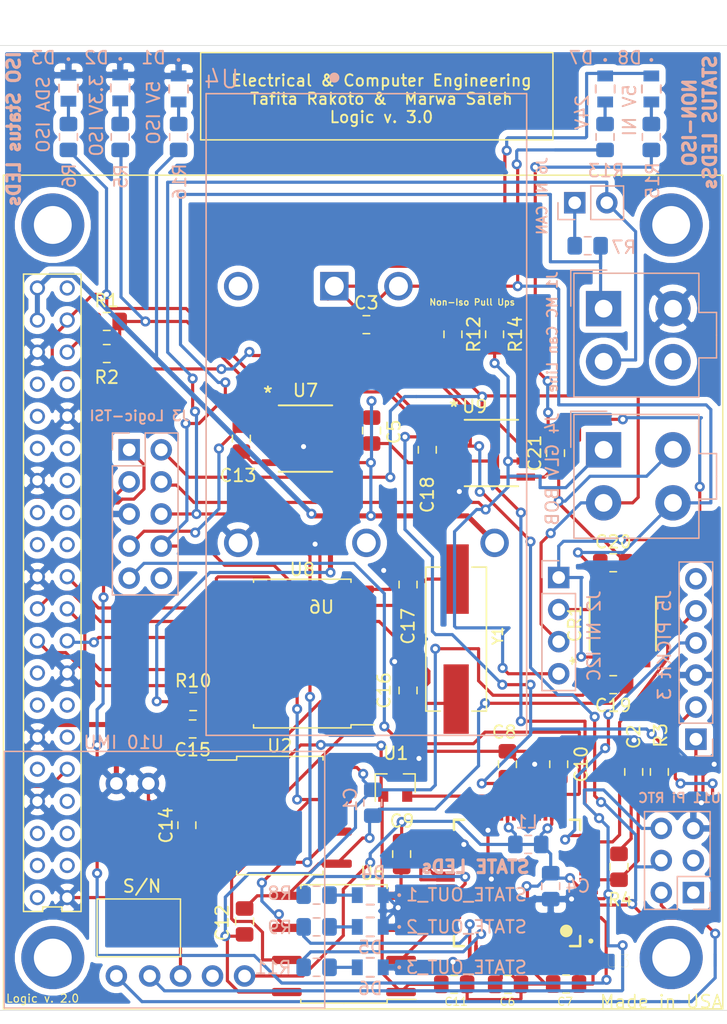
<source format=kicad_pcb>
(kicad_pcb (version 20171130) (host pcbnew "(5.1.10)-1")
  (layers (0 F.Cu signal) (31 B.Cu signal) (34 B.Paste user) (35 F.Paste user) (36 B.SilkS user) (37 F.SilkS user) (38 B.Mask user) (39 F.Mask user) (44 Edge.Cuts user hide))
  (net 0 "")
  (net 1 /24V)
  (net 2 "Net-(C13-Pad2)")
  (net 3 "Net-(C16-Pad2)")
  (net 4 "Net-(C17-Pad2)")
  (net 5 "Net-(D1-Pad2)")
  (net 6 "Net-(D2-Pad2)")
  (net 7 "Net-(D3-Pad2)")
  (net 8 "Net-(D5-Pad2)")
  (net 9 "Net-(D6-Pad2)")
  (net 10 /BP_CAN-)
  (net 11 /BP_CAN+)
  (net 12 /Cooling_CTRL)
  (net 13 /SR_CTRL)
  (net 14 /~MCLR~)
  (net 15 /PGEC)
  (net 16 /PGED)
  (net 17 "Net-(R10-Pad2)")
  (net 18 "Net-(U2-Pad3)")
  (net 19 "Net-(U2-Pad2)")
  (net 20 /GPIO25)
  (net 21 /PI_SPI_CEO)
  (net 22 /GLV_RTN)
  (net 23 /5V_NON_ISO)
  (net 24 "Net-(C2-Pad2)")
  (net 25 /3.3V_ISO)
  (net 26 /5V_ISO)
  (net 27 /SDA_ISO_PI)
  (net 28 /SCL_ISO_PI)
  (net 29 /SCL_TSI_GLV)
  (net 30 /SDA_TSI_GLV)
  (net 31 /V_OUT_TEMP)
  (net 32 /PIC_TXD)
  (net 33 /PIC_RXD)
  (net 34 /PI_SPI_MOSI)
  (net 35 /PI_SPI_SCLK)
  (net 36 /PI_SPI_MISO)
  (net 37 /ISO_RTN)
  (net 38 /FlowRate)
  (net 39 /STATE_OUT_1)
  (net 40 /STATE_OUT_2)
  (net 41 /STATE_OUT_3)
  (net 42 "Net-(D4-Pad2)")
  (net 43 "Net-(D7-Pad2)")
  (net 44 "Net-(D8-Pad2)")
  (net 45 "Net-(J6-Pad1)")
  (module "CarMan General Footprints:L78L05ACD13TR" (layer F.Cu) (at 219.964 84.8868 90)
    (fp_text reference CR1 (at 0 -3.81 90) (layer F.SilkS))
    (fp_text value L78L05ACD13TR)
    (fp_text user * (at -2.9337 -3.6068 90) (layer F.SilkS))
    (fp_text user * (at -2.9337 -3.6068 90) (layer F.SilkS))
    (pad 1 smd rect (at -2.639 -1.94 90) (size 1.5494 0.5588) (layers F.Cu F.Paste F.Mask) (net 23 /5V_NON_ISO))
    (pad 2 smd rect (at -2.6797 -0.635 90) (size 1.5494 0.5588) (layers F.Cu F.Paste F.Mask) (net 22 /GLV_RTN))
    (pad 3 smd rect (at -2.6797 0.635 90) (size 1.5494 0.5588) (layers F.Cu F.Paste F.Mask) (net 22 /GLV_RTN))
    (pad 4 smd rect (at -2.6797 1.905 90) (size 1.5494 0.5588) (layers F.Cu F.Paste F.Mask))
    (pad 5 smd rect (at 2.6797 1.905 90) (size 1.5494 0.5588) (layers F.Cu F.Paste F.Mask))
    (pad 6 smd rect (at 2.6797 0.635 90) (size 1.5494 0.5588) (layers F.Cu F.Paste F.Mask) (net 22 /GLV_RTN))
    (pad 7 smd rect (at 2.6797 -0.635 90) (size 1.5494 0.5588) (layers F.Cu F.Paste F.Mask) (net 22 /GLV_RTN))
    (pad 8 smd rect (at 2.6797 -1.905 90) (size 1.5494 0.5588) (layers F.Cu F.Paste F.Mask) (net 1 /24V))
  )
  (module "CarMan General Footprints:CONV_PYB20-Q24-S5" (layer B.Cu) (at 199.644 68.326 270)
    (fp_text reference U4 (at -26.543 11.4808) (layer B.SilkS) (effects (font (size 1.410315 1.410315)) (justify mirror)))
    (fp_text value PYB20-Q24-S5)
    (pad 1 thru_hole rect (at -10.16 2.54 270) (size 2.25 2.25) (drill 1.5) (layers *.Cu *.Mask) (net 22 /GLV_RTN))
    (pad 2 thru_hole circle (at -10.16 -2.54 270) (size 2.25 2.25) (drill 1.5) (layers *.Cu *.Mask) (net 1 /24V))
    (pad 3 thru_hole circle (at 10.16 -10.16 270) (size 2.25 2.25) (drill 1.5) (layers *.Cu *.Mask) (net 26 /5V_ISO))
    (pad 5 thru_hole circle (at 10.16 10.16 270) (size 2.25 2.25) (drill 1.5) (layers *.Cu *.Mask) (net 37 /ISO_RTN))
    (pad 6 thru_hole circle (at -10.16 10.16 270) (size 2.25 2.25) (drill 1.5) (layers *.Cu *.Mask))
    (pad 4 thru_hole circle (at 10.16 0 270) (size 2.25 2.25) (drill 1.5) (layers *.Cu *.Mask))
  )
  (module "CarMan General Footprints:XTAL_ECS-160-20-5PX-TR" (layer F.Cu) (at 206.756 86.106 90)
    (fp_text reference Y1 (at 0.254 3.302 90) (layer F.SilkS) (effects (font (size 0.789992 0.789992))))
    (fp_text value 16MHz)
    (pad 1 smd rect (at -4.75 0 90) (size 5.5 2) (layers F.Cu F.Paste F.Mask) (net 3 "Net-(C16-Pad2)"))
    (pad 2 smd rect (at 4.75 0 90) (size 5.5 2) (layers F.Cu F.Paste F.Mask) (net 4 "Net-(C17-Pad2)"))
  )
  (module "CarMan General Footprints:Raspberry_Pi_3_B" (layer F.Cu) (at 196.088 84.074 180)
    (fp_text reference U6 (at 0 0.5) (layer F.SilkS) (effects (justify mirror)))
    (fp_text value RaspberryPi3)
    (pad 32 thru_hole circle (at 22.5142 -12.3348 90) (size 1.2 1.2) (drill 0.8) (layers *.Cu *.Mask))
    (pad 24 thru_hole circle (at 22.5142 -2.1748 90) (size 1.2 1.2) (drill 0.8) (layers *.Cu *.Mask) (net 21 /PI_SPI_CEO))
    (pad 19 thru_hole circle (at 20.1522 2.9052 90) (size 1.2 1.2) (drill 0.8) (layers *.Cu *.Mask) (net 34 /PI_SPI_MOSI))
    (pad 39 thru_hole circle (at 20.1522 -22.4948 90) (size 1.2 1.2) (drill 0.8) (layers *.Cu *.Mask) (net 37 /ISO_RTN))
    (pad 37 thru_hole circle (at 20.1522 -19.9548 90) (size 1.2 1.2) (drill 0.8) (layers *.Cu *.Mask))
    (pad 28 thru_hole circle (at 22.5142 -7.2548 90) (size 1.2 1.2) (drill 0.8) (layers *.Cu *.Mask))
    (pad 30 thru_hole circle (at 22.5142 -9.7948 90) (size 1.2 1.2) (drill 0.8) (layers *.Cu *.Mask) (net 37 /ISO_RTN))
    (pad 23 thru_hole circle (at 20.1522 -2.1748 90) (size 1.2 1.2) (drill 0.8) (layers *.Cu *.Mask) (net 35 /PI_SPI_SCLK))
    (pad 22 thru_hole circle (at 22.5142 0.3652 90) (size 1.2 1.2) (drill 0.8) (layers *.Cu *.Mask) (net 20 /GPIO25))
    (pad 21 thru_hole circle (at 20.1522 0.3652 90) (size 1.2 1.2) (drill 0.8) (layers *.Cu *.Mask) (net 36 /PI_SPI_MISO))
    (pad 20 thru_hole circle (at 22.5142 2.9052 90) (size 1.2 1.2) (drill 0.8) (layers *.Cu *.Mask) (net 37 /ISO_RTN))
    (pad 40 thru_hole circle (at 22.5142 -22.4948 90) (size 1.2 1.2) (drill 0.8) (layers *.Cu *.Mask))
    (pad 29 thru_hole circle (at 20.1522 -9.7948 90) (size 1.2 1.2) (drill 0.8) (layers *.Cu *.Mask))
    (pad 35 thru_hole circle (at 20.1522 -17.4148 90) (size 1.2 1.2) (drill 0.8) (layers *.Cu *.Mask))
    (pad 18 thru_hole circle (at 22.5142 5.4452 90) (size 1.2 1.2) (drill 0.8) (layers *.Cu *.Mask))
    (pad 27 thru_hole circle (at 20.1522 -7.2548 90) (size 1.2 1.2) (drill 0.8) (layers *.Cu *.Mask))
    (pad 38 thru_hole circle (at 22.5142 -19.9548 90) (size 1.2 1.2) (drill 0.8) (layers *.Cu *.Mask))
    (pad 34 thru_hole circle (at 22.5142 -14.8748 90) (size 1.2 1.2) (drill 0.8) (layers *.Cu *.Mask) (net 37 /ISO_RTN))
    (pad 33 thru_hole circle (at 20.1522 -14.8748 90) (size 1.2 1.2) (drill 0.8) (layers *.Cu *.Mask))
    (pad 26 thru_hole circle (at 22.5142 -4.7148 90) (size 1.2 1.2) (drill 0.8) (layers *.Cu *.Mask))
    (pad 31 thru_hole circle (at 20.1522 -12.3348 90) (size 1.2 1.2) (drill 0.8) (layers *.Cu *.Mask) (net 13 /SR_CTRL))
    (pad 36 thru_hole circle (at 22.5142 -17.4148 90) (size 1.2 1.2) (drill 0.8) (layers *.Cu *.Mask))
    (pad 25 thru_hole circle (at 20.1522 -4.7148 90) (size 1.2 1.2) (drill 0.8) (layers *.Cu *.Mask) (net 37 /ISO_RTN))
    (pad 11 thru_hole circle (at 20.1522 13.0652 90) (size 1.2 1.2) (drill 0.8) (layers *.Cu *.Mask))
    (pad 44 thru_hole circle (at -27.7078 30.7532 90) (size 5 5) (drill 3) (layers *.Cu *.Mask))
    (pad 2 thru_hole circle (at 22.5142 25.7652 90) (size 1.2 1.2) (drill 0.8) (layers *.Cu *.Mask) (net 26 /5V_ISO))
    (pad 4 thru_hole circle (at 22.5142 23.2252 90) (size 1.2 1.2) (drill 0.8) (layers *.Cu *.Mask) (net 26 /5V_ISO))
    (pad 1 thru_hole circle (at 20.1522 25.7652 90) (size 1.2 1.2) (drill 0.8) (layers *.Cu *.Mask))
    (pad 13 thru_hole circle (at 20.1522 10.5252 90) (size 1.2 1.2) (drill 0.8) (layers *.Cu *.Mask))
    (pad 9 thru_hole circle (at 20.1522 15.6052 90) (size 1.2 1.2) (drill 0.8) (layers *.Cu *.Mask) (net 37 /ISO_RTN))
    (pad 14 thru_hole circle (at 22.5142 10.5252 90) (size 1.2 1.2) (drill 0.8) (layers *.Cu *.Mask) (net 37 /ISO_RTN))
    (pad 43 thru_hole circle (at -27.7078 -27.2468 90) (size 5 5) (drill 3) (layers *.Cu *.Mask))
    (pad 17 thru_hole circle (at 20.1522 5.4452 90) (size 1.2 1.2) (drill 0.8) (layers *.Cu *.Mask))
    (pad 41 thru_hole circle (at 21.2922 -27.2468 90) (size 5 5) (drill 3) (layers *.Cu *.Mask))
    (pad 6 thru_hole circle (at 22.5142 20.6852 90) (size 1.2 1.2) (drill 0.8) (layers *.Cu *.Mask) (net 37 /ISO_RTN))
    (pad 7 thru_hole circle (at 20.1522 18.1452 90) (size 1.2 1.2) (drill 0.8) (layers *.Cu *.Mask))
    (pad 10 thru_hole circle (at 22.5142 15.6052 90) (size 1.2 1.2) (drill 0.8) (layers *.Cu *.Mask))
    (pad 8 thru_hole circle (at 22.5142 18.1452 90) (size 1.2 1.2) (drill 0.8) (layers *.Cu *.Mask))
    (pad 42 thru_hole circle (at 21.2922 30.7532 90) (size 5 5) (drill 3) (layers *.Cu *.Mask))
    (pad 12 thru_hole circle (at 22.5142 13.0652 90) (size 1.2 1.2) (drill 0.8) (layers *.Cu *.Mask))
    (pad 3 thru_hole circle (at 20.1522 23.2252 90) (size 1.2 1.2) (drill 0.8) (layers *.Cu *.Mask) (net 27 /SDA_ISO_PI))
    (pad 5 thru_hole circle (at 20.1522 20.6852 90) (size 1.2 1.2) (drill 0.8) (layers *.Cu *.Mask) (net 28 /SCL_ISO_PI))
    (pad 15 thru_hole circle (at 20.1522 7.9852 90) (size 1.2 1.2) (drill 0.8) (layers *.Cu *.Mask))
    (pad 16 thru_hole circle (at 22.5142 7.9852 90) (size 1.2 1.2) (drill 0.8) (layers *.Cu *.Mask))
  )
  (module "CarMan General Footprints:QFP50P1200X1200X120-64N" (layer F.Cu) (at 211.582 105.41 180)
    (fp_text reference U3 (at -8.001 -6.1976) (layer F.SilkS) (effects (font (size 1.001008 1.001008) (thickness 0.015))))
    (fp_text value PIC32MZ2048EFM064-I_PT)
    (pad 1 smd rect (at -5.67 -3.75 180) (size 1.47 0.3) (layers F.Cu F.Paste F.Mask))
    (pad 2 smd rect (at -5.67 -3.25 180) (size 1.47 0.3) (layers F.Cu F.Paste F.Mask))
    (pad 3 smd rect (at -5.67 -2.75 180) (size 1.47 0.3) (layers F.Cu F.Paste F.Mask) (net 12 /Cooling_CTRL))
    (pad 4 smd rect (at -5.67 -2.25 180) (size 1.47 0.3) (layers F.Cu F.Paste F.Mask))
    (pad 5 smd rect (at -5.67 -1.75 180) (size 1.47 0.3) (layers F.Cu F.Paste F.Mask) (net 27 /SDA_ISO_PI))
    (pad 6 smd rect (at -5.67 -1.25 180) (size 1.47 0.3) (layers F.Cu F.Paste F.Mask) (net 28 /SCL_ISO_PI))
    (pad 7 smd rect (at -5.67 -0.75 180) (size 1.47 0.3) (layers F.Cu F.Paste F.Mask) (net 37 /ISO_RTN))
    (pad 8 smd rect (at -5.67 -0.25 180) (size 1.47 0.3) (layers F.Cu F.Paste F.Mask) (net 25 /3.3V_ISO))
    (pad 9 smd rect (at -5.67 0.25 180) (size 1.47 0.3) (layers F.Cu F.Paste F.Mask) (net 14 /~MCLR~))
    (pad 10 smd rect (at -5.67 0.75 180) (size 1.47 0.3) (layers F.Cu F.Paste F.Mask))
    (pad 11 smd rect (at -5.67 1.25 180) (size 1.47 0.3) (layers F.Cu F.Paste F.Mask))
    (pad 12 smd rect (at -5.67 1.75 180) (size 1.47 0.3) (layers F.Cu F.Paste F.Mask))
    (pad 13 smd rect (at -5.67 2.25 180) (size 1.47 0.3) (layers F.Cu F.Paste F.Mask))
    (pad 14 smd rect (at -5.67 2.75 180) (size 1.47 0.3) (layers F.Cu F.Paste F.Mask))
    (pad 15 smd rect (at -5.67 3.25 180) (size 1.47 0.3) (layers F.Cu F.Paste F.Mask) (net 15 /PGEC))
    (pad 16 smd rect (at -5.67 3.75 180) (size 1.47 0.3) (layers F.Cu F.Paste F.Mask) (net 16 /PGED))
    (pad 17 smd rect (at -3.75 5.67 180) (size 0.3 1.47) (layers F.Cu F.Paste F.Mask))
    (pad 18 smd rect (at -3.25 5.67 180) (size 0.3 1.47) (layers F.Cu F.Paste F.Mask) (net 38 /FlowRate))
    (pad 19 smd rect (at -2.75 5.67 180) (size 0.3 1.47) (layers F.Cu F.Paste F.Mask) (net 25 /3.3V_ISO))
    (pad 20 smd rect (at -2.25 5.67 180) (size 0.3 1.47) (layers F.Cu F.Paste F.Mask) (net 37 /ISO_RTN))
    (pad 21 smd rect (at -1.75 5.67 180) (size 0.3 1.47) (layers F.Cu F.Paste F.Mask))
    (pad 22 smd rect (at -1.25 5.67 180) (size 0.3 1.47) (layers F.Cu F.Paste F.Mask))
    (pad 23 smd rect (at -0.75 5.67 180) (size 0.3 1.47) (layers F.Cu F.Paste F.Mask))
    (pad 24 smd rect (at -0.25 5.67 180) (size 0.3 1.47) (layers F.Cu F.Paste F.Mask))
    (pad 25 smd rect (at 0.25 5.67 180) (size 0.3 1.47) (layers F.Cu F.Paste F.Mask) (net 37 /ISO_RTN))
    (pad 26 smd rect (at 0.75 5.67 180) (size 0.3 1.47) (layers F.Cu F.Paste F.Mask) (net 25 /3.3V_ISO))
    (pad 27 smd rect (at 1.25 5.67 180) (size 0.3 1.47) (layers F.Cu F.Paste F.Mask))
    (pad 28 smd rect (at 1.75 5.67 180) (size 0.3 1.47) (layers F.Cu F.Paste F.Mask))
    (pad 29 smd rect (at 2.25 5.67 180) (size 0.3 1.47) (layers F.Cu F.Paste F.Mask) (net 31 /V_OUT_TEMP))
    (pad 30 smd rect (at 2.75 5.67 180) (size 0.3 1.47) (layers F.Cu F.Paste F.Mask))
    (pad 31 smd rect (at 3.25 5.67 180) (size 0.3 1.47) (layers F.Cu F.Paste F.Mask))
    (pad 32 smd rect (at 3.75 5.67 180) (size 0.3 1.47) (layers F.Cu F.Paste F.Mask))
    (pad 33 smd rect (at 5.67 3.75 180) (size 1.47 0.3) (layers F.Cu F.Paste F.Mask))
    (pad 34 smd rect (at 5.67 3.25 180) (size 1.47 0.3) (layers F.Cu F.Paste F.Mask) (net 37 /ISO_RTN))
    (pad 35 smd rect (at 5.67 2.75 180) (size 1.47 0.3) (layers F.Cu F.Paste F.Mask) (net 37 /ISO_RTN))
    (pad 36 smd rect (at 5.67 2.25 180) (size 1.47 0.3) (layers F.Cu F.Paste F.Mask))
    (pad 37 smd rect (at 5.67 1.75 180) (size 1.47 0.3) (layers F.Cu F.Paste F.Mask))
    (pad 38 smd rect (at 5.67 1.25 180) (size 1.47 0.3) (layers F.Cu F.Paste F.Mask))
    (pad 39 smd rect (at 5.67 0.75 180) (size 1.47 0.3) (layers F.Cu F.Paste F.Mask) (net 25 /3.3V_ISO))
    (pad 40 smd rect (at 5.67 0.25 180) (size 1.47 0.3) (layers F.Cu F.Paste F.Mask) (net 37 /ISO_RTN))
    (pad 41 smd rect (at 5.67 -0.25 180) (size 1.47 0.3) (layers F.Cu F.Paste F.Mask) (net 32 /PIC_TXD))
    (pad 42 smd rect (at 5.67 -0.75 180) (size 1.47 0.3) (layers F.Cu F.Paste F.Mask) (net 33 /PIC_RXD))
    (pad 43 smd rect (at 5.67 -1.25 180) (size 1.47 0.3) (layers F.Cu F.Paste F.Mask))
    (pad 44 smd rect (at 5.67 -1.75 180) (size 1.47 0.3) (layers F.Cu F.Paste F.Mask))
    (pad 45 smd rect (at 5.67 -2.25 180) (size 1.47 0.3) (layers F.Cu F.Paste F.Mask))
    (pad 46 smd rect (at 5.67 -2.75 180) (size 1.47 0.3) (layers F.Cu F.Paste F.Mask) (net 39 /STATE_OUT_1))
    (pad 47 smd rect (at 5.67 -3.25 180) (size 1.47 0.3) (layers F.Cu F.Paste F.Mask))
    (pad 48 smd rect (at 5.67 -3.75 180) (size 1.47 0.3) (layers F.Cu F.Paste F.Mask))
    (pad 49 smd rect (at 3.75 -5.67 180) (size 0.3 1.47) (layers F.Cu F.Paste F.Mask) (net 40 /STATE_OUT_2))
    (pad 50 smd rect (at 3.25 -5.67 180) (size 0.3 1.47) (layers F.Cu F.Paste F.Mask) (net 41 /STATE_OUT_3))
    (pad 51 smd rect (at 2.75 -5.67 180) (size 0.3 1.47) (layers F.Cu F.Paste F.Mask))
    (pad 52 smd rect (at 2.25 -5.67 180) (size 0.3 1.47) (layers F.Cu F.Paste F.Mask))
    (pad 53 smd rect (at 1.75 -5.67 180) (size 0.3 1.47) (layers F.Cu F.Paste F.Mask))
    (pad 54 smd rect (at 1.25 -5.67 180) (size 0.3 1.47) (layers F.Cu F.Paste F.Mask) (net 25 /3.3V_ISO))
    (pad 55 smd rect (at 0.75 -5.67 180) (size 0.3 1.47) (layers F.Cu F.Paste F.Mask) (net 37 /ISO_RTN))
    (pad 56 smd rect (at 0.25 -5.67 180) (size 0.3 1.47) (layers F.Cu F.Paste F.Mask))
    (pad 57 smd rect (at -0.25 -5.67 180) (size 0.3 1.47) (layers F.Cu F.Paste F.Mask))
    (pad 58 smd rect (at -0.75 -5.67 180) (size 0.3 1.47) (layers F.Cu F.Paste F.Mask))
    (pad 59 smd rect (at -1.25 -5.67 180) (size 0.3 1.47) (layers F.Cu F.Paste F.Mask) (net 37 /ISO_RTN))
    (pad 60 smd rect (at -1.75 -5.67 180) (size 0.3 1.47) (layers F.Cu F.Paste F.Mask) (net 25 /3.3V_ISO))
    (pad 61 smd rect (at -2.25 -5.67 180) (size 0.3 1.47) (layers F.Cu F.Paste F.Mask))
    (pad 62 smd rect (at -2.75 -5.67 180) (size 0.3 1.47) (layers F.Cu F.Paste F.Mask))
    (pad 63 smd rect (at -3.25 -5.67 180) (size 0.3 1.47) (layers F.Cu F.Paste F.Mask))
    (pad 64 smd rect (at -3.75 -5.67 180) (size 0.3 1.47) (layers F.Cu F.Paste F.Mask))
  )
  (module "CarMan General Footprints:LT1763CS8-3-PBF" (layer F.Cu) (at 194.818 70.231)
    (fp_text reference U7 (at 0 -3.81) (layer F.SilkS))
    (fp_text value LT1763CS8-3.3PBF hide)
    (fp_text user * (at -2.97815 -3.5814) (layer F.SilkS))
    (fp_text user * (at -2.97815 -3.5814) (layer F.SilkS))
    (pad 1 smd rect (at -2.72415 -1.905) (size 1.4605 0.5334) (layers F.Cu F.Paste F.Mask) (net 25 /3.3V_ISO))
    (pad 2 smd rect (at -2.72415 -0.635) (size 1.4605 0.5334) (layers F.Cu F.Paste F.Mask) (net 25 /3.3V_ISO))
    (pad 3 smd rect (at -2.72415 0.635) (size 1.4605 0.5334) (layers F.Cu F.Paste F.Mask) (net 37 /ISO_RTN))
    (pad 4 smd rect (at -2.72415 1.905) (size 1.4605 0.5334) (layers F.Cu F.Paste F.Mask) (net 2 "Net-(C13-Pad2)"))
    (pad 5 smd rect (at 2.72415 1.905) (size 1.4605 0.5334) (layers F.Cu F.Paste F.Mask) (net 26 /5V_ISO))
    (pad 6 smd rect (at 2.72415 0.635) (size 1.4605 0.5334) (layers F.Cu F.Paste F.Mask) (net 37 /ISO_RTN))
    (pad 7 smd rect (at 2.72415 -0.635) (size 1.4605 0.5334) (layers F.Cu F.Paste F.Mask) (net 37 /ISO_RTN))
    (pad 8 smd rect (at 2.72415 -1.905) (size 1.4605 0.5334) (layers F.Cu F.Paste F.Mask) (net 26 /5V_ISO))
  )
  (module Capacitor_SMD:C_0805_2012Metric_Pad1.15x1.40mm_HandSolder (layer B.Cu) (at 214.249 105.664 90)
    (fp_text reference C4 (at 0 2.159 180) (layer B.SilkS) (effects (justify mirror)))
    (fp_text value 0.1u)
    (pad 2 smd roundrect (at 1.025 0 90) (size 1.15 1.4) (layers B.Cu B.Paste B.Mask) (roundrect_rratio 0.217391) (net 25 /3.3V_ISO))
    (pad 1 smd roundrect (at -1.025 0 90) (size 1.15 1.4) (layers B.Cu B.Paste B.Mask) (roundrect_rratio 0.217391) (net 37 /ISO_RTN))
  )
  (module Capacitor_SMD:C_0805_2012Metric_Pad1.15x1.40mm_HandSolder (layer B.Cu) (at 200.152 99.06 90)
    (fp_text reference C1 (at 0.254 -1.778 270) (layer B.SilkS) (effects (justify mirror)))
    (fp_text value 0.1uF)
    (pad 1 smd roundrect (at -1.025 0 90) (size 1.15 1.4) (layers B.Cu B.Paste B.Mask) (roundrect_rratio 0.217391) (net 22 /GLV_RTN))
    (pad 2 smd roundrect (at 1.025 0 90) (size 1.15 1.4) (layers B.Cu B.Paste B.Mask) (roundrect_rratio 0.217391) (net 23 /5V_NON_ISO))
  )
  (module Capacitor_SMD:C_0805_2012Metric_Pad1.15x1.40mm_HandSolder (layer F.Cu) (at 220.8276 96.6216 270)
    (fp_text reference C2 (at -2.785 0 90) (layer F.SilkS))
    (fp_text value 0.1uF)
    (pad 2 smd roundrect (at 1.025 0 270) (size 1.15 1.4) (layers F.Cu F.Paste F.Mask) (roundrect_rratio 0.217391) (net 24 "Net-(C2-Pad2)"))
    (pad 1 smd roundrect (at -1.025 0 270) (size 1.15 1.4) (layers F.Cu F.Paste F.Mask) (roundrect_rratio 0.217391) (net 37 /ISO_RTN))
  )
  (module Capacitor_SMD:C_0805_2012Metric_Pad1.15x1.40mm_HandSolder (layer F.Cu) (at 199.644 61.214 180)
    (fp_text reference C3 (at 0 1.7272) (layer F.SilkS))
    (fp_text value 0.1uF)
    (pad 2 smd roundrect (at 1.025 0 180) (size 1.15 1.4) (layers F.Cu F.Paste F.Mask) (roundrect_rratio 0.217391) (net 22 /GLV_RTN))
    (pad 1 smd roundrect (at -1.025 0 180) (size 1.15 1.4) (layers F.Cu F.Paste F.Mask) (roundrect_rratio 0.217391) (net 1 /24V))
  )
  (module Capacitor_SMD:C_0805_2012Metric_Pad1.15x1.40mm_HandSolder (layer F.Cu) (at 200.0504 69.596 270)
    (fp_text reference C5 (at 0.1016 -1.778 270) (layer F.SilkS))
    (fp_text value 1uF)
    (pad 2 smd roundrect (at 1.025 0 270) (size 1.15 1.4) (layers F.Cu F.Paste F.Mask) (roundrect_rratio 0.217391) (net 37 /ISO_RTN))
    (pad 1 smd roundrect (at -1.025 0 270) (size 1.15 1.4) (layers F.Cu F.Paste F.Mask) (roundrect_rratio 0.217391) (net 26 /5V_ISO))
  )
  (module Capacitor_SMD:C_0805_2012Metric_Pad1.15x1.40mm_HandSolder (layer F.Cu) (at 210.8708 113.4364 180)
    (fp_text reference C6 (at 0.0508 -1.3716 180) (layer F.SilkS) (effects (font (size 0.635 0.635) (thickness 0.09525))))
    (fp_text value 0.1u)
    (pad 2 smd roundrect (at 1.025 0 180) (size 1.15 1.4) (layers F.Cu F.Paste F.Mask) (roundrect_rratio 0.217391) (net 25 /3.3V_ISO))
    (pad 1 smd roundrect (at -1.025 0 180) (size 1.15 1.4) (layers F.Cu F.Paste F.Mask) (roundrect_rratio 0.217391) (net 37 /ISO_RTN))
  )
  (module Capacitor_SMD:C_0805_2012Metric_Pad1.15x1.40mm_HandSolder (layer F.Cu) (at 215.4682 113.411)
    (fp_text reference C7 (at -0.0762 1.397 -180) (layer F.SilkS) (effects (font (size 0.635 0.635) (thickness 0.09525))))
    (fp_text value 0.1u)
    (pad 2 smd roundrect (at 1.025 0) (size 1.15 1.4) (layers F.Cu F.Paste F.Mask) (roundrect_rratio 0.217391) (net 25 /3.3V_ISO))
    (pad 1 smd roundrect (at -1.025 0) (size 1.15 1.4) (layers F.Cu F.Paste F.Mask) (roundrect_rratio 0.217391) (net 37 /ISO_RTN))
  )
  (module Capacitor_SMD:C_0805_2012Metric_Pad1.15x1.40mm_HandSolder (layer F.Cu) (at 210.82 96.012 270)
    (fp_text reference C8 (at -2.54 0.254) (layer F.SilkS))
    (fp_text value 0.1u)
    (pad 2 smd roundrect (at 1.025 0 270) (size 1.15 1.4) (layers F.Cu F.Paste F.Mask) (roundrect_rratio 0.217391) (net 25 /3.3V_ISO))
    (pad 1 smd roundrect (at -1.025 0 270) (size 1.15 1.4) (layers F.Cu F.Paste F.Mask) (roundrect_rratio 0.217391) (net 37 /ISO_RTN))
  )
  (module Capacitor_SMD:C_0805_2012Metric_Pad1.15x1.40mm_HandSolder (layer F.Cu) (at 202.438 103.124 90)
    (fp_text reference C9 (at 2.6162 0.0254 180) (layer F.SilkS))
    (fp_text value 0.1u)
    (pad 2 smd roundrect (at 1.025 0 90) (size 1.15 1.4) (layers F.Cu F.Paste F.Mask) (roundrect_rratio 0.217391) (net 25 /3.3V_ISO))
    (pad 1 smd roundrect (at -1.025 0 90) (size 1.15 1.4) (layers F.Cu F.Paste F.Mask) (roundrect_rratio 0.217391) (net 37 /ISO_RTN))
  )
  (module Capacitor_SMD:C_0805_2012Metric_Pad1.15x1.40mm_HandSolder (layer F.Cu) (at 214.884 96.012 90)
    (fp_text reference C10 (at 0 1.778 90) (layer F.SilkS))
    (fp_text value 0.1uF)
    (pad 1 smd roundrect (at -1.025 0 90) (size 1.15 1.4) (layers F.Cu F.Paste F.Mask) (roundrect_rratio 0.217391) (net 25 /3.3V_ISO))
    (pad 2 smd roundrect (at 1.025 0 90) (size 1.15 1.4) (layers F.Cu F.Paste F.Mask) (roundrect_rratio 0.217391) (net 37 /ISO_RTN))
  )
  (module Capacitor_SMD:C_0805_2012Metric_Pad1.15x1.40mm_HandSolder (layer F.Cu) (at 206.6036 113.4364)
    (fp_text reference C11 (at 0.1524 1.3716 180) (layer F.SilkS) (effects (font (size 0.635 0.635) (thickness 0.09525))))
    (fp_text value 0.1uF)
    (pad 1 smd roundrect (at -1.025 0) (size 1.15 1.4) (layers F.Cu F.Paste F.Mask) (roundrect_rratio 0.217391) (net 26 /5V_ISO))
    (pad 2 smd roundrect (at 1.025 0) (size 1.15 1.4) (layers F.Cu F.Paste F.Mask) (roundrect_rratio 0.217391) (net 37 /ISO_RTN))
  )
  (module Capacitor_SMD:C_0805_2012Metric_Pad1.15x1.40mm_HandSolder (layer F.Cu) (at 189.992 108.458 270)
    (fp_text reference C12 (at 0.1016 1.778 270) (layer F.SilkS))
    (fp_text value 0.1uF)
    (pad 1 smd roundrect (at -1.025 0 270) (size 1.15 1.4) (layers F.Cu F.Paste F.Mask) (roundrect_rratio 0.217391) (net 22 /GLV_RTN))
    (pad 2 smd roundrect (at 1.025 0 270) (size 1.15 1.4) (layers F.Cu F.Paste F.Mask) (roundrect_rratio 0.217391) (net 23 /5V_NON_ISO))
  )
  (module Capacitor_SMD:C_0805_2012Metric_Pad1.15x1.40mm_HandSolder (layer F.Cu) (at 189.738 70.231 270)
    (fp_text reference C13 (at 2.921 0.254 180) (layer F.SilkS))
    (fp_text value 0.01uF)
    (pad 1 smd roundrect (at -1.025 0 270) (size 1.15 1.4) (layers F.Cu F.Paste F.Mask) (roundrect_rratio 0.217391) (net 25 /3.3V_ISO))
    (pad 2 smd roundrect (at 1.025 0 270) (size 1.15 1.4) (layers F.Cu F.Paste F.Mask) (roundrect_rratio 0.217391) (net 2 "Net-(C13-Pad2)"))
  )
  (module Capacitor_SMD:C_0805_2012Metric_Pad1.15x1.40mm_HandSolder (layer F.Cu) (at 185.42 100.838 90)
    (fp_text reference C14 (at 0 -1.65 90) (layer F.SilkS))
    (fp_text value 0.1uF)
    (pad 1 smd roundrect (at -1.025 0 90) (size 1.15 1.4) (layers F.Cu F.Paste F.Mask) (roundrect_rratio 0.217391) (net 37 /ISO_RTN))
    (pad 2 smd roundrect (at 1.025 0 90) (size 1.15 1.4) (layers F.Cu F.Paste F.Mask) (roundrect_rratio 0.217391) (net 26 /5V_ISO))
  )
  (module Capacitor_SMD:C_0805_2012Metric_Pad1.15x1.40mm_HandSolder (layer F.Cu) (at 185.8772 93.218 180)
    (fp_text reference C15 (at 0 -1.65) (layer F.SilkS))
    (fp_text value 0.1uF)
    (pad 1 smd roundrect (at -1.025 0 180) (size 1.15 1.4) (layers F.Cu F.Paste F.Mask) (roundrect_rratio 0.217391) (net 26 /5V_ISO))
    (pad 2 smd roundrect (at 1.025 0 180) (size 1.15 1.4) (layers F.Cu F.Paste F.Mask) (roundrect_rratio 0.217391) (net 37 /ISO_RTN))
  )
  (module Capacitor_SMD:C_0805_2012Metric_Pad1.15x1.40mm_HandSolder (layer F.Cu) (at 202.946 90.17 270)
    (fp_text reference C16 (at 0 1.905 90) (layer F.SilkS))
    (fp_text value 22pF)
    (pad 2 smd roundrect (at 1.025 0 270) (size 1.15 1.4) (layers F.Cu F.Paste F.Mask) (roundrect_rratio 0.217391) (net 3 "Net-(C16-Pad2)"))
    (pad 1 smd roundrect (at -1.025 0 270) (size 1.15 1.4) (layers F.Cu F.Paste F.Mask) (roundrect_rratio 0.217391) (net 37 /ISO_RTN))
  )
  (module Capacitor_SMD:C_0805_2012Metric_Pad1.15x1.40mm_HandSolder (layer F.Cu) (at 202.946 81.788 270)
    (fp_text reference C17 (at 3.302 0 90) (layer F.SilkS))
    (fp_text value 22pF)
    (pad 1 smd roundrect (at -1.025 0 270) (size 1.15 1.4) (layers F.Cu F.Paste F.Mask) (roundrect_rratio 0.217391) (net 37 /ISO_RTN))
    (pad 2 smd roundrect (at 1.025 0 270) (size 1.15 1.4) (layers F.Cu F.Paste F.Mask) (roundrect_rratio 0.217391) (net 4 "Net-(C17-Pad2)"))
  )
  (module Capacitor_SMD:C_0805_2012Metric_Pad1.15x1.40mm_HandSolder (layer F.Cu) (at 204.47 71.12 270)
    (fp_text reference C18 (at 3.556 0 90) (layer F.SilkS))
    (fp_text value 0.1uF)
    (pad 2 smd roundrect (at 1.025 0 270) (size 1.15 1.4) (layers F.Cu F.Paste F.Mask) (roundrect_rratio 0.217391) (net 37 /ISO_RTN))
    (pad 1 smd roundrect (at -1.025 0 270) (size 1.15 1.4) (layers F.Cu F.Paste F.Mask) (roundrect_rratio 0.217391) (net 25 /3.3V_ISO))
  )
  (module Capacitor_SMD:C_0805_2012Metric_Pad1.15x1.40mm_HandSolder (layer F.Cu) (at 219.202 89.7128 180)
    (fp_text reference C19 (at 0 -1.65) (layer F.SilkS))
    (fp_text value 0.1uF)
    (pad 1 smd roundrect (at -1.025 0 180) (size 1.15 1.4) (layers F.Cu F.Paste F.Mask) (roundrect_rratio 0.217391) (net 22 /GLV_RTN))
    (pad 2 smd roundrect (at 1.025 0 180) (size 1.15 1.4) (layers F.Cu F.Paste F.Mask) (roundrect_rratio 0.217391) (net 23 /5V_NON_ISO))
  )
  (module Capacitor_SMD:C_0805_2012Metric_Pad1.15x1.40mm_HandSolder (layer F.Cu) (at 219.202 80.0608)
    (fp_text reference C20 (at 0 -1.65) (layer F.SilkS))
    (fp_text value 0.33uF)
    (pad 1 smd roundrect (at -1.025 0) (size 1.15 1.4) (layers F.Cu F.Paste F.Mask) (roundrect_rratio 0.217391) (net 1 /24V))
    (pad 2 smd roundrect (at 1.025 0) (size 1.15 1.4) (layers F.Cu F.Paste F.Mask) (roundrect_rratio 0.217391) (net 22 /GLV_RTN))
  )
  (module "CarMan General Footprints:VAOL-S8GT4" (layer B.Cu) (at 180.1368 42.4688 270)
    (fp_text reference D2 (at -2.3876 1.8796) (layer B.SilkS) (effects (justify mirror)))
    (fp_text value "3.3V ISO" (at 2.1844 1.8796 90) (layer B.SilkS) (effects (justify mirror)))
    (pad 2 smd rect (at 1.0287 0 270) (size 0.8636 1.2446) (layers B.Cu B.Paste B.Mask) (net 6 "Net-(D2-Pad2)"))
    (pad 1 smd rect (at -1.0287 0 270) (size 0.8636 1.2446) (layers B.Cu B.Paste B.Mask) (net 37 /ISO_RTN))
  )
  (module "CarMan General Footprints:VAOL-S8GT4" (layer B.Cu) (at 176.0347 42.4942 270)
    (fp_text reference D3 (at -2.413 1.9939 180) (layer B.SilkS) (effects (justify mirror)))
    (fp_text value "SDA ISO" (at 2.0828 1.9939 270) (layer B.SilkS) (effects (justify mirror)))
    (pad 1 smd rect (at -1.0287 0 270) (size 0.8636 1.2446) (layers B.Cu B.Paste B.Mask) (net 37 /ISO_RTN))
    (pad 2 smd rect (at 1.0287 0 270) (size 0.8636 1.2446) (layers B.Cu B.Paste B.Mask) (net 7 "Net-(D3-Pad2)"))
  )
  (module "CarMan General Footprints:VAOL-S8GT4" (layer B.Cu) (at 218.567 42.55262 270)
    (fp_text reference D7 (at -2.47142 1.905 180) (layer B.SilkS) (effects (justify mirror)))
    (fp_text value 24V (at 1.84658 1.8288 90) (layer B.SilkS) (effects (justify mirror)))
    (pad 1 smd rect (at -1.0287 0 270) (size 0.8636 1.2446) (layers B.Cu B.Paste B.Mask) (net 22 /GLV_RTN))
    (pad 2 smd rect (at 1.0287 0 270) (size 0.8636 1.2446) (layers B.Cu B.Paste B.Mask) (net 43 "Net-(D7-Pad2)"))
  )
  (module "CarMan General Footprints:VAOL-S8GT4" (layer B.Cu) (at 222.2246 42.55262 270)
    (fp_text reference D8 (at -2.47142 1.7272 180) (layer B.SilkS) (effects (justify mirror)))
    (fp_text value "5V NI" (at 1.69418 1.7272 90) (layer B.SilkS) (effects (justify mirror)))
    (pad 2 smd rect (at 1.0287 0 270) (size 0.8636 1.2446) (layers B.Cu B.Paste B.Mask) (net 44 "Net-(D8-Pad2)"))
    (pad 1 smd rect (at -1.0287 0 270) (size 0.8636 1.2446) (layers B.Cu B.Paste B.Mask) (net 22 /GLV_RTN))
  )
  (module "CarMan General Footprints:VAOL-S8GT4" (layer B.Cu) (at 184.76468 42.55262 270)
    (fp_text reference D1 (at -2.47142 1.98628 180) (layer B.SilkS) (effects (justify mirror)))
    (fp_text value "5V ISO" (at 1.87198 1.98628 270) (layer B.SilkS) (effects (justify mirror)))
    (pad 1 smd rect (at -1.0287 0 270) (size 0.8636 1.2446) (layers B.Cu B.Paste B.Mask) (net 37 /ISO_RTN))
    (pad 2 smd rect (at 1.0287 0 270) (size 0.8636 1.2446) (layers B.Cu B.Paste B.Mask) (net 5 "Net-(D1-Pad2)"))
  )
  (module "CarMan General Footprints:Molex_MiniFit-JR-5556-04A_2x02x4.20mm_Straight" (layer B.Cu) (at 218.44 59.944 270)
    (fp_text reference J1)
    (fp_text value "J1 MC Can Line" (at 1.8542 4.064 270) (layer B.SilkS) (effects (font (size 0.8 0.8)) (justify mirror)))
    (pad 4 thru_hole circle (at 4.2 -5.5 270) (size 2.8 2.8) (drill 1.4) (layers *.Cu *.Mask))
    (pad 3 thru_hole circle (at 0 -5.5 270) (size 2.8 2.8) (drill 1.4) (layers *.Cu *.Mask) (net 37 /ISO_RTN))
    (pad 2 thru_hole circle (at 4.2 0 270) (size 2.8 2.8) (drill 1.4) (layers *.Cu *.Mask) (net 10 /BP_CAN-))
    (pad 1 thru_hole rect (at 0 0 270) (size 2.8 2.8) (drill 1.4) (layers *.Cu *.Mask) (net 11 /BP_CAN+))
  )
  (module "CarMan General Footprints:Molex_MiniFit-JR-5556-04A_2x02x4.20mm_Straight" (layer B.Cu) (at 218.44 71.12 270)
    (fp_text reference J4)
    (fp_text value "J4 GLV BOB" (at 1.524 4.064 270) (layer B.SilkS) (effects (justify mirror)))
    (pad 1 thru_hole rect (at 0 0 270) (size 2.8 2.8) (drill 1.4) (layers *.Cu *.Mask) (net 29 /SCL_TSI_GLV))
    (pad 2 thru_hole circle (at 4.2 0 270) (size 2.8 2.8) (drill 1.4) (layers *.Cu *.Mask) (net 30 /SDA_TSI_GLV))
    (pad 3 thru_hole circle (at 0 -5.5 270) (size 2.8 2.8) (drill 1.4) (layers *.Cu *.Mask) (net 22 /GLV_RTN))
    (pad 4 thru_hole circle (at 4.2 -5.5 270) (size 2.8 2.8) (drill 1.4) (layers *.Cu *.Mask) (net 1 /24V))
  )
  (module Connector_PinSocket_2.54mm:PinSocket_1x06_P2.54mm_Vertical (layer B.Cu) (at 225.7552 94.0308)
    (fp_text reference J5)
    (fp_text value "J5 PICKit 3" (at -2.4892 -7.4422 90) (layer B.SilkS) (effects (justify mirror)))
    (pad 1 thru_hole rect (at 0 0) (size 1.7 1.7) (drill 1) (layers *.Cu *.Mask) (net 14 /~MCLR~))
    (pad 2 thru_hole oval (at 0 -2.54) (size 1.7 1.7) (drill 1) (layers *.Cu *.Mask) (net 25 /3.3V_ISO))
    (pad 3 thru_hole oval (at 0 -5.08) (size 1.7 1.7) (drill 1) (layers *.Cu *.Mask) (net 37 /ISO_RTN))
    (pad 4 thru_hole oval (at 0 -7.62) (size 1.7 1.7) (drill 1) (layers *.Cu *.Mask) (net 16 /PGED))
    (pad 5 thru_hole oval (at 0 -10.16) (size 1.7 1.7) (drill 1) (layers *.Cu *.Mask) (net 15 /PGEC))
    (pad 6 thru_hole oval (at 0 -12.7) (size 1.7 1.7) (drill 1) (layers *.Cu *.Mask))
  )
  (module Inductor_SMD:L_0805_2012Metric_Pad1.15x1.40mm_HandSolder (layer B.Cu) (at 212.471 102.362)
    (fp_text reference L1 (at -0.127 -1.778) (layer B.SilkS) (effects (justify mirror)))
    (fp_text value 28nH)
    (pad 1 smd roundrect (at -1.025 0) (size 1.15 1.4) (layers B.Cu B.Paste B.Mask) (roundrect_rratio 0.217391) (net 25 /3.3V_ISO))
    (pad 2 smd roundrect (at 1.025 0) (size 1.15 1.4) (layers B.Cu B.Paste B.Mask) (roundrect_rratio 0.217391) (net 25 /3.3V_ISO))
  )
  (module Package_SO:SOP-8_6.62x9.15mm_P2.54mm (layer F.Cu) (at 192.786 100.076)
    (fp_text reference U2 (at 0 -5.52) (layer F.SilkS))
    (fp_text value ISO1050DUB)
    (pad 8 smd roundrect (at 4.525 -3.81) (size 2.35 0.65) (layers F.Cu F.Paste F.Mask) (net 23 /5V_NON_ISO))
    (pad 7 smd roundrect (at 4.525 -1.27) (size 2.35 0.65) (layers F.Cu F.Paste F.Mask) (net 11 /BP_CAN+))
    (pad 6 smd roundrect (at 4.525 1.27) (size 2.35 0.65) (layers F.Cu F.Paste F.Mask) (net 10 /BP_CAN-))
    (pad 5 smd roundrect (at 4.525 3.81) (size 2.35 0.65) (layers F.Cu F.Paste F.Mask) (net 22 /GLV_RTN))
    (pad 4 smd roundrect (at -4.525 3.81) (size 2.35 0.65) (layers F.Cu F.Paste F.Mask) (net 37 /ISO_RTN))
    (pad 3 smd roundrect (at -4.525 1.27) (size 2.35 0.65) (layers F.Cu F.Paste F.Mask) (net 18 "Net-(U2-Pad3)"))
    (pad 2 smd roundrect (at -4.525 -1.27) (size 2.35 0.65) (layers F.Cu F.Paste F.Mask) (net 19 "Net-(U2-Pad2)"))
    (pad 1 smd roundrect (at -4.525 -3.81) (size 2.35 0.65) (layers F.Cu F.Paste F.Mask) (net 26 /5V_ISO))
  )
  (module Package_SO:SOP-8_6.62x9.15mm_P2.54mm (layer F.Cu) (at 197.866 110.236 180)
    (fp_text reference U5 (at -2.286 5.588) (layer F.SilkS))
    (fp_text value ISO1050DUB)
    (pad 1 smd roundrect (at -4.525 -3.81 180) (size 2.35 0.65) (layers F.Cu F.Paste F.Mask) (net 26 /5V_ISO))
    (pad 2 smd roundrect (at -4.525 -1.27 180) (size 2.35 0.65) (layers F.Cu F.Paste F.Mask) (net 33 /PIC_RXD))
    (pad 3 smd roundrect (at -4.525 1.27 180) (size 2.35 0.65) (layers F.Cu F.Paste F.Mask) (net 32 /PIC_TXD))
    (pad 4 smd roundrect (at -4.525 3.81 180) (size 2.35 0.65) (layers F.Cu F.Paste F.Mask) (net 37 /ISO_RTN))
    (pad 5 smd roundrect (at 4.525 3.81 180) (size 2.35 0.65) (layers F.Cu F.Paste F.Mask) (net 22 /GLV_RTN))
    (pad 6 smd roundrect (at 4.525 1.27 180) (size 2.35 0.65) (layers F.Cu F.Paste F.Mask) (net 10 /BP_CAN-))
    (pad 7 smd roundrect (at 4.525 -1.27 180) (size 2.35 0.65) (layers F.Cu F.Paste F.Mask) (net 11 /BP_CAN+))
    (pad 8 smd roundrect (at 4.525 -3.81 180) (size 2.35 0.65) (layers F.Cu F.Paste F.Mask) (net 23 /5V_NON_ISO))
  )
  (module Package_SO:SOIC-18W_7.5x11.6mm_P1.27mm (layer F.Cu) (at 194.564 87.249 180)
    (fp_text reference U8 (at 0 6.6548) (layer F.SilkS))
    (fp_text value MCP2515-xSO)
    (pad 1 smd roundrect (at -4.65 -5.08 180) (size 2.05 0.6) (layers F.Cu F.Paste F.Mask) (net 18 "Net-(U2-Pad3)"))
    (pad 2 smd roundrect (at -4.65 -3.81 180) (size 2.05 0.6) (layers F.Cu F.Paste F.Mask) (net 19 "Net-(U2-Pad2)"))
    (pad 3 smd roundrect (at -4.65 -2.54 180) (size 2.05 0.6) (layers F.Cu F.Paste F.Mask))
    (pad 4 smd roundrect (at -4.65 -1.27 180) (size 2.05 0.6) (layers F.Cu F.Paste F.Mask))
    (pad 5 smd roundrect (at -4.65 0 180) (size 2.05 0.6) (layers F.Cu F.Paste F.Mask))
    (pad 6 smd roundrect (at -4.65 1.27 180) (size 2.05 0.6) (layers F.Cu F.Paste F.Mask))
    (pad 7 smd roundrect (at -4.65 2.54 180) (size 2.05 0.6) (layers F.Cu F.Paste F.Mask) (net 3 "Net-(C16-Pad2)"))
    (pad 8 smd roundrect (at -4.65 3.81 180) (size 2.05 0.6) (layers F.Cu F.Paste F.Mask) (net 4 "Net-(C17-Pad2)"))
    (pad 9 smd roundrect (at -4.65 5.08 180) (size 2.05 0.6) (layers F.Cu F.Paste F.Mask) (net 37 /ISO_RTN))
    (pad 10 smd roundrect (at 4.65 5.08 180) (size 2.05 0.6) (layers F.Cu F.Paste F.Mask))
    (pad 11 smd roundrect (at 4.65 3.81 180) (size 2.05 0.6) (layers F.Cu F.Paste F.Mask))
    (pad 12 smd roundrect (at 4.65 2.54 180) (size 2.05 0.6) (layers F.Cu F.Paste F.Mask) (net 20 /GPIO25))
    (pad 13 smd roundrect (at 4.65 1.27 180) (size 2.05 0.6) (layers F.Cu F.Paste F.Mask) (net 35 /PI_SPI_SCLK))
    (pad 14 smd roundrect (at 4.65 0 180) (size 2.05 0.6) (layers F.Cu F.Paste F.Mask) (net 34 /PI_SPI_MOSI))
    (pad 15 smd roundrect (at 4.65 -1.27 180) (size 2.05 0.6) (layers F.Cu F.Paste F.Mask) (net 36 /PI_SPI_MISO))
    (pad 16 smd roundrect (at 4.65 -2.54 180) (size 2.05 0.6) (layers F.Cu F.Paste F.Mask) (net 21 /PI_SPI_CEO))
    (pad 17 smd roundrect (at 4.65 -3.81 180) (size 2.05 0.6) (layers F.Cu F.Paste F.Mask) (net 17 "Net-(R10-Pad2)"))
    (pad 18 smd roundrect (at 4.65 -5.08 180) (size 2.05 0.6) (layers F.Cu F.Paste F.Mask) (net 26 /5V_ISO))
  )
  (module "CarMan General Footprints:ISO1541DR" (layer F.Cu) (at 209.55 71.374)
    (fp_text reference U9 (at -1.3208 -3.683) (layer F.SilkS))
    (fp_text value ISO1541DR hide)
    (fp_text user * (at -2.97815 -3.6068) (layer F.SilkS))
    (fp_text user * (at -2.97815 -3.6068) (layer F.SilkS))
    (pad 1 smd rect (at -2.72415 -1.905) (size 1.4605 0.5588) (layers F.Cu F.Paste F.Mask) (net 25 /3.3V_ISO))
    (pad 2 smd rect (at -2.72415 -0.635) (size 1.4605 0.5588) (layers F.Cu F.Paste F.Mask) (net 27 /SDA_ISO_PI))
    (pad 3 smd rect (at -2.72415 0.635) (size 1.4605 0.5588) (layers F.Cu F.Paste F.Mask) (net 28 /SCL_ISO_PI))
    (pad 4 smd rect (at -2.72415 1.905) (size 1.4605 0.5588) (layers F.Cu F.Paste F.Mask) (net 37 /ISO_RTN))
    (pad 5 smd rect (at 2.72415 1.905) (size 1.4605 0.5588) (layers F.Cu F.Paste F.Mask) (net 22 /GLV_RTN))
    (pad 6 smd rect (at 2.72415 0.635) (size 1.4605 0.5588) (layers F.Cu F.Paste F.Mask) (net 29 /SCL_TSI_GLV))
    (pad 7 smd rect (at 2.72415 -0.635) (size 1.4605 0.5588) (layers F.Cu F.Paste F.Mask) (net 30 /SDA_TSI_GLV))
    (pad 8 smd rect (at 2.72415 -1.905) (size 1.4605 0.5588) (layers F.Cu F.Paste F.Mask) (net 23 /5V_NON_ISO))
  )
  (module Resistor_SMD:R_0805_2012Metric_Pad1.15x1.40mm_HandSolder (layer F.Cu) (at 179.07 60.96)
    (fp_text reference R1 (at 0 -1.65) (layer F.SilkS))
    (fp_text value 10k)
    (pad 2 smd roundrect (at 1.025 0) (size 1.15 1.4) (layers F.Cu F.Paste F.Mask) (roundrect_rratio 0.217391) (net 25 /3.3V_ISO))
    (pad 1 smd roundrect (at -1.025 0) (size 1.15 1.4) (layers F.Cu F.Paste F.Mask) (roundrect_rratio 0.217391) (net 28 /SCL_ISO_PI))
  )
  (module Resistor_SMD:R_0805_2012Metric_Pad1.15x1.40mm_HandSolder (layer F.Cu) (at 179.07 63.5)
    (fp_text reference R2 (at 0 1.8796) (layer F.SilkS))
    (fp_text value 10k)
    (pad 1 smd roundrect (at -1.025 0) (size 1.15 1.4) (layers F.Cu F.Paste F.Mask) (roundrect_rratio 0.217391) (net 27 /SDA_ISO_PI))
    (pad 2 smd roundrect (at 1.025 0) (size 1.15 1.4) (layers F.Cu F.Paste F.Mask) (roundrect_rratio 0.217391) (net 25 /3.3V_ISO))
  )
  (module Resistor_SMD:R_0805_2012Metric_Pad1.15x1.40mm_HandSolder (layer F.Cu) (at 222.8596 96.6216 90)
    (fp_text reference R3 (at 2.8956 0.1016 90) (layer F.SilkS))
    (fp_text value 10k)
    (pad 2 smd roundrect (at 1.025 0 90) (size 1.15 1.4) (layers F.Cu F.Paste F.Mask) (roundrect_rratio 0.217391) (net 25 /3.3V_ISO))
    (pad 1 smd roundrect (at -1.025 0 90) (size 1.15 1.4) (layers F.Cu F.Paste F.Mask) (roundrect_rratio 0.217391) (net 24 "Net-(C2-Pad2)"))
  )
  (module Resistor_SMD:R_0805_2012Metric_Pad1.15x1.40mm_HandSolder (layer F.Cu) (at 219.6592 104.131 90)
    (fp_text reference R4 (at -2.5998 0.1016 180) (layer F.SilkS))
    (fp_text value 1k)
    (pad 2 smd roundrect (at 1.025 0 90) (size 1.15 1.4) (layers F.Cu F.Paste F.Mask) (roundrect_rratio 0.217391) (net 24 "Net-(C2-Pad2)"))
    (pad 1 smd roundrect (at -1.025 0 90) (size 1.15 1.4) (layers F.Cu F.Paste F.Mask) (roundrect_rratio 0.217391) (net 14 /~MCLR~))
  )
  (module Resistor_SMD:R_0805_2012Metric_Pad1.15x1.40mm_HandSolder (layer B.Cu) (at 180.1368 46.355 90)
    (fp_text reference R5 (at -3.1242 0.0635 270) (layer B.SilkS) (effects (justify mirror)))
    (fp_text value 1K)
    (pad 2 smd roundrect (at 1.025 0 90) (size 1.15 1.4) (layers B.Cu B.Paste B.Mask) (roundrect_rratio 0.217391) (net 6 "Net-(D2-Pad2)"))
    (pad 1 smd roundrect (at -1.025 0 90) (size 1.15 1.4) (layers B.Cu B.Paste B.Mask) (roundrect_rratio 0.217391) (net 25 /3.3V_ISO))
  )
  (module Resistor_SMD:R_0805_2012Metric_Pad1.15x1.40mm_HandSolder (layer B.Cu) (at 176.0347 46.355 90)
    (fp_text reference R6 (at -3.0734 0.0635 90) (layer B.SilkS) (effects (justify mirror)))
    (fp_text value 1K)
    (pad 1 smd roundrect (at -1.025 0 90) (size 1.15 1.4) (layers B.Cu B.Paste B.Mask) (roundrect_rratio 0.217391) (net 27 /SDA_ISO_PI))
    (pad 2 smd roundrect (at 1.025 0 90) (size 1.15 1.4) (layers B.Cu B.Paste B.Mask) (roundrect_rratio 0.217391) (net 7 "Net-(D3-Pad2)"))
  )
  (module Resistor_SMD:R_0805_2012Metric_Pad1.15x1.40mm_HandSolder (layer F.Cu) (at 185.919 91.059)
    (fp_text reference R10 (at 0 -1.65) (layer F.SilkS))
    (fp_text value 4k7)
    (pad 1 smd roundrect (at -1.025 0) (size 1.15 1.4) (layers F.Cu F.Paste F.Mask) (roundrect_rratio 0.217391) (net 26 /5V_ISO))
    (pad 2 smd roundrect (at 1.025 0) (size 1.15 1.4) (layers F.Cu F.Paste F.Mask) (roundrect_rratio 0.217391) (net 17 "Net-(R10-Pad2)"))
  )
  (module Resistor_SMD:R_0805_2012Metric_Pad1.15x1.40mm_HandSolder (layer B.Cu) (at 218.55684 46.355 90)
    (fp_text reference R13 (at -2.667 0.08636 180) (layer B.SilkS) (effects (justify mirror)))
    (fp_text value 10k)
    (pad 1 smd roundrect (at -1.025 0 90) (size 1.15 1.4) (layers B.Cu B.Paste B.Mask) (roundrect_rratio 0.217391) (net 1 /24V))
    (pad 2 smd roundrect (at 1.025 0 90) (size 1.15 1.4) (layers B.Cu B.Paste B.Mask) (roundrect_rratio 0.217391) (net 43 "Net-(D7-Pad2)"))
  )
  (module Resistor_SMD:R_0805_2012Metric_Pad1.15x1.40mm_HandSolder (layer B.Cu) (at 222.2246 46.355 90)
    (fp_text reference R15 (at -3.4544 0.1016 270) (layer B.SilkS) (effects (justify mirror)))
    (fp_text value 10k)
    (pad 2 smd roundrect (at 1.025 0 90) (size 1.15 1.4) (layers B.Cu B.Paste B.Mask) (roundrect_rratio 0.217391) (net 44 "Net-(D8-Pad2)"))
    (pad 1 smd roundrect (at -1.025 0 90) (size 1.15 1.4) (layers B.Cu B.Paste B.Mask) (roundrect_rratio 0.217391) (net 23 /5V_NON_ISO))
  )
  (module Resistor_SMD:R_0805_2012Metric_Pad1.15x1.40mm_HandSolder (layer B.Cu) (at 184.76468 46.355 90)
    (fp_text reference R16 (at -3.556 0.0762 270) (layer B.SilkS) (effects (justify mirror)))
    (fp_text value 2K)
    (pad 2 smd roundrect (at 1.025 0 90) (size 1.15 1.4) (layers B.Cu B.Paste B.Mask) (roundrect_rratio 0.217391) (net 5 "Net-(D1-Pad2)"))
    (pad 1 smd roundrect (at -1.025 0 90) (size 1.15 1.4) (layers B.Cu B.Paste B.Mask) (roundrect_rratio 0.217391) (net 26 /5V_ISO))
  )
  (module Connector_PinSocket_2.54mm:PinSocket_1x04_P2.54mm_Vertical (layer B.Cu) (at 214.884 81.2292 180)
    (fp_text reference J2)
    (fp_text value "J2 NI I2C" (at -2.794 -4.6228 90) (layer B.SilkS) (effects (justify mirror)))
    (pad 1 thru_hole rect (at 0 0 180) (size 1.7 1.7) (drill 1) (layers *.Cu *.Mask) (net 23 /5V_NON_ISO))
    (pad 2 thru_hole oval (at 0 -2.54 180) (size 1.7 1.7) (drill 1) (layers *.Cu *.Mask) (net 22 /GLV_RTN))
    (pad 3 thru_hole oval (at 0 -5.08 180) (size 1.7 1.7) (drill 1) (layers *.Cu *.Mask) (net 30 /SDA_TSI_GLV))
    (pad 4 thru_hole oval (at 0 -7.62 180) (size 1.7 1.7) (drill 1) (layers *.Cu *.Mask) (net 29 /SCL_TSI_GLV))
  )
  (module Package_TO_SOT_SMD:SOT-23 (layer F.Cu) (at 201.93 97.536 90)
    (fp_text reference U1 (at 2.3876 0.0508 180) (layer F.SilkS))
    (fp_text value MCP9700AT-HTT-Sensor_Temperature-Logic-rescue)
    (pad 1 smd rect (at -1 -0.95 90) (size 0.9 0.8) (layers F.Cu F.Paste F.Mask) (net 26 /5V_ISO))
    (pad 2 smd rect (at -1 0.95 90) (size 0.9 0.8) (layers F.Cu F.Paste F.Mask) (net 31 /V_OUT_TEMP))
    (pad 3 smd rect (at 1 0 90) (size 0.9 0.8) (layers F.Cu F.Paste F.Mask) (net 37 /ISO_RTN))
  )
  (module Capacitor_SMD:C_0805_2012Metric_Pad1.15x1.40mm_HandSolder (layer F.Cu) (at 214.63 71.383 90)
    (fp_text reference C21 (at 0 -1.65 90) (layer F.SilkS))
    (fp_text value 0.1uF)
    (pad 1 smd roundrect (at -1.025 0 90) (size 1.15 1.4) (layers F.Cu F.Paste F.Mask) (roundrect_rratio 0.217391) (net 22 /GLV_RTN))
    (pad 2 smd roundrect (at 1.025 0 90) (size 1.15 1.4) (layers F.Cu F.Paste F.Mask) (roundrect_rratio 0.217391) (net 23 /5V_NON_ISO))
  )
  (module Resistor_SMD:R_0805_2012Metric_Pad1.15x1.40mm_HandSolder (layer B.Cu) (at 195.698 106.3752)
    (fp_text reference R8 (at -2.912 -0.1524 180) (layer B.SilkS) (effects (justify mirror)))
    (fp_text value 10k)
    (pad 1 smd roundrect (at -1.025 0) (size 1.15 1.4) (layers B.Cu B.Paste B.Mask) (roundrect_rratio 0.217391) (net 39 /STATE_OUT_1))
    (pad 2 smd roundrect (at 1.025 0) (size 1.15 1.4) (layers B.Cu B.Paste B.Mask) (roundrect_rratio 0.217391) (net 42 "Net-(D4-Pad2)"))
  )
  (module Resistor_SMD:R_0805_2012Metric_Pad1.15x1.40mm_HandSolder (layer B.Cu) (at 195.698 108.8898)
    (fp_text reference R9 (at -2.912 0.0508) (layer B.SilkS) (effects (justify mirror)))
    (fp_text value 10k)
    (pad 1 smd roundrect (at -1.025 0) (size 1.15 1.4) (layers B.Cu B.Paste B.Mask) (roundrect_rratio 0.217391) (net 40 /STATE_OUT_2))
    (pad 2 smd roundrect (at 1.025 0) (size 1.15 1.4) (layers B.Cu B.Paste B.Mask) (roundrect_rratio 0.217391) (net 8 "Net-(D5-Pad2)"))
  )
  (module Resistor_SMD:R_0805_2012Metric_Pad1.15x1.40mm_HandSolder (layer B.Cu) (at 195.698 112.0902)
    (fp_text reference R11 (at -3.4454 0.0254) (layer B.SilkS) (effects (justify mirror)))
    (fp_text value 10k)
    (pad 2 smd roundrect (at 1.025 0) (size 1.15 1.4) (layers B.Cu B.Paste B.Mask) (roundrect_rratio 0.217391) (net 9 "Net-(D6-Pad2)"))
    (pad 1 smd roundrect (at -1.025 0) (size 1.15 1.4) (layers B.Cu B.Paste B.Mask) (roundrect_rratio 0.217391) (net 41 /STATE_OUT_3))
  )
  (module "CarMan General Footprints:VAOL-S8GT4" (layer B.Cu) (at 199.9488 106.3752 180)
    (fp_text reference D4 (at -0.2286 1.778 180) (layer B.SilkS) (effects (justify mirror)))
    (fp_text value STATE_OUT_1 (at -7.62 0.0254 180) (layer B.SilkS) (effects (justify mirror)))
    (pad 1 smd rect (at -1.0287 0 180) (size 0.8636 1.2446) (layers B.Cu B.Paste B.Mask) (net 37 /ISO_RTN))
    (pad 2 smd rect (at 1.0287 0 180) (size 0.8636 1.2446) (layers B.Cu B.Paste B.Mask) (net 42 "Net-(D4-Pad2)"))
  )
  (module "CarMan General Footprints:VAOL-S8GT4" (layer B.Cu) (at 199.9488 108.8898 180)
    (fp_text reference D5 (at 0 -1.6256) (layer B.SilkS) (effects (justify mirror)))
    (fp_text value STATE_OUT_2 (at -7.62 0) (layer B.SilkS) (effects (justify mirror)))
    (pad 1 smd rect (at -1.0287 0 180) (size 0.8636 1.2446) (layers B.Cu B.Paste B.Mask) (net 37 /ISO_RTN))
    (pad 2 smd rect (at 1.0287 0 180) (size 0.8636 1.2446) (layers B.Cu B.Paste B.Mask) (net 8 "Net-(D5-Pad2)"))
  )
  (module "CarMan General Footprints:VAOL-S8GT4" (layer B.Cu) (at 199.9488 112.0902 180)
    (fp_text reference D6 (at 0 -1.6764) (layer B.SilkS) (effects (justify mirror)))
    (fp_text value STATE_OUT_3 (at -7.62 0) (layer B.SilkS) (effects (justify mirror)))
    (pad 2 smd rect (at 1.0287 0 180) (size 0.8636 1.2446) (layers B.Cu B.Paste B.Mask) (net 9 "Net-(D6-Pad2)"))
    (pad 1 smd rect (at -1.0287 0 180) (size 0.8636 1.2446) (layers B.Cu B.Paste B.Mask) (net 37 /ISO_RTN))
  )
  (module "CarMan General Footprints:BNO_055" (layer B.Cu) (at 182.372 97.536 180)
    (fp_text reference U10 hide)
    (fp_text value BNO_055)
    (pad 4 thru_hole circle (at -0.1016 -15.24 180) (size 1.7 1.7) (drill 1) (layers *.Cu *.Mask) (net 28 /SCL_ISO_PI))
    (pad 3 thru_hole circle (at -2.54 -15.24 180) (size 1.7 1.7) (drill 1) (layers *.Cu *.Mask) (net 37 /ISO_RTN))
    (pad 2 thru_hole circle (at -5.08 -15.24 180) (size 1.7 1.7) (drill 1) (layers *.Cu *.Mask))
    (pad 1 thru_hole circle (at -7.62 -15.24 180) (size 1.7 1.7) (drill 1) (layers *.Cu *.Mask) (net 25 /3.3V_ISO))
    (pad 5 thru_hole circle (at 2.54 -15.24 180) (size 1.7 1.7) (drill 1) (layers *.Cu *.Mask) (net 27 /SDA_ISO_PI))
    (pad 6 thru_hole circle (at 2.54 0 180) (size 1.7 1.7) (drill 1) (layers *.Cu *.Mask) (net 37 /ISO_RTN))
    (pad 7 thru_hole circle (at 0 0 180) (size 1.7 1.7) (drill 1) (layers *.Cu *.Mask) (net 37 /ISO_RTN))
  )
  (module Connector_PinSocket_2.54mm:PinSocket_2x05_P2.54mm_Vertical (layer B.Cu) (at 180.848 71.12 180)
    (fp_text reference J3)
    (fp_text value "J3 Logic-TSI" (at -0.8128 2.6924) (layer B.SilkS) (effects (font (size 0.8 0.8)) (justify mirror)))
    (pad 1 thru_hole rect (at 0 0 180) (size 1.7 1.7) (drill 1) (layers *.Cu *.Mask) (net 12 /Cooling_CTRL))
    (pad 2 thru_hole oval (at -2.54 0 180) (size 1.7 1.7) (drill 1) (layers *.Cu *.Mask) (net 30 /SDA_TSI_GLV))
    (pad 3 thru_hole oval (at 0 -2.54 180) (size 1.7 1.7) (drill 1) (layers *.Cu *.Mask) (net 13 /SR_CTRL))
    (pad 4 thru_hole oval (at -2.54 -2.54 180) (size 1.7 1.7) (drill 1) (layers *.Cu *.Mask) (net 29 /SCL_TSI_GLV))
    (pad 5 thru_hole oval (at 0 -5.08 180) (size 1.7 1.7) (drill 1) (layers *.Cu *.Mask) (net 37 /ISO_RTN))
    (pad 6 thru_hole oval (at -2.54 -5.08 180) (size 1.7 1.7) (drill 1) (layers *.Cu *.Mask) (net 10 /BP_CAN-))
    (pad 7 thru_hole oval (at 0 -7.62 180) (size 1.7 1.7) (drill 1) (layers *.Cu *.Mask) (net 25 /3.3V_ISO))
    (pad 8 thru_hole oval (at -2.54 -7.62 180) (size 1.7 1.7) (drill 1) (layers *.Cu *.Mask) (net 11 /BP_CAN+))
    (pad 9 thru_hole oval (at 0 -10.16 180) (size 1.7 1.7) (drill 1) (layers *.Cu *.Mask) (net 38 /FlowRate))
    (pad 10 thru_hole oval (at -2.54 -10.16 180) (size 1.7 1.7) (drill 1) (layers *.Cu *.Mask))
  )
  (module Connector_PinSocket_2.54mm:PinSocket_1x02_P2.54mm_Vertical (layer B.Cu) (at 216.154 51.562 270)
    (fp_text reference J6 hide)
    (fp_text value "J6 NI CAN" (at -0.5334 2.5908 270) (layer B.SilkS) (effects (font (size 0.8 0.8)) (justify mirror)))
    (pad 1 thru_hole rect (at 0 0 270) (size 1.7 1.7) (drill 1) (layers *.Cu *.Mask) (net 45 "Net-(J6-Pad1)"))
    (pad 2 thru_hole oval (at 0 -2.54 270) (size 1.7 1.7) (drill 1) (layers *.Cu *.Mask) (net 10 /BP_CAN-))
  )
  (module Resistor_SMD:R_0805_2012Metric_Pad1.15x1.40mm_HandSolder (layer B.Cu) (at 217.179 54.9656)
    (fp_text reference R7 (at 2.8612 0.127) (layer B.SilkS) (effects (justify mirror)))
    (fp_text value 120)
    (pad 1 smd roundrect (at -1.025 0) (size 1.15 1.4) (layers B.Cu B.Paste B.Mask) (roundrect_rratio 0.217391) (net 45 "Net-(J6-Pad1)"))
    (pad 2 smd roundrect (at 1.025 0) (size 1.15 1.4) (layers B.Cu B.Paste B.Mask) (roundrect_rratio 0.217391) (net 11 /BP_CAN+))
  )
  (module "CarMan General Footprints:Raspberry_Pi_RTC" (layer B.Cu) (at 225.552 106.172)
    (fp_text reference U11 hide)
    (fp_text value Raspberry_Pi_RTC)
    (pad 1 thru_hole rect (at 0 0) (size 1.7 1.7) (drill 1) (layers *.Cu *.Mask))
    (pad 2 thru_hole oval (at -2.54 0) (size 1.7 1.7) (drill 1) (layers *.Cu *.Mask) (net 25 /3.3V_ISO))
    (pad 3 thru_hole oval (at 0 -2.54) (size 1.7 1.7) (drill 1) (layers *.Cu *.Mask))
    (pad 4 thru_hole oval (at -2.54 -2.54) (size 1.7 1.7) (drill 1) (layers *.Cu *.Mask) (net 27 /SDA_ISO_PI))
    (pad 5 thru_hole oval (at 0 -5.08) (size 1.7 1.7) (drill 1) (layers *.Cu *.Mask) (net 37 /ISO_RTN))
    (pad 6 thru_hole oval (at -2.54 -5.08) (size 1.7 1.7) (drill 1) (layers *.Cu *.Mask) (net 28 /SCL_ISO_PI))
  )
  (module Resistor_SMD:R_0805_2012Metric_Pad1.15x1.40mm_HandSolder (layer F.Cu) (at 206.502 61.976 270)
    (fp_text reference R12 (at 0 -1.65 90) (layer F.SilkS))
    (fp_text value 10k)
    (pad 2 smd roundrect (at 1.025 0 270) (size 1.15 1.4) (layers F.Cu F.Paste F.Mask) (roundrect_rratio 0.217391) (net 30 /SDA_TSI_GLV))
    (pad 1 smd roundrect (at -1.025 0 270) (size 1.15 1.4) (layers F.Cu F.Paste F.Mask) (roundrect_rratio 0.217391) (net 23 /5V_NON_ISO))
  )
  (module Resistor_SMD:R_0805_2012Metric_Pad1.15x1.40mm_HandSolder (layer F.Cu) (at 209.804 61.976 270)
    (fp_text reference R14 (at 0 -1.65 90) (layer F.SilkS))
    (fp_text value 10k)
    (pad 1 smd roundrect (at -1.025 0 270) (size 1.15 1.4) (layers F.Cu F.Paste F.Mask) (roundrect_rratio 0.217391) (net 23 /5V_NON_ISO))
    (pad 2 smd roundrect (at 1.025 0 270) (size 1.15 1.4) (layers F.Cu F.Paste F.Mask) (roundrect_rratio 0.217391) (net 29 /SCL_TSI_GLV))
  )
  (gr_text "Non-Iso Pull Ups" (at 208.026 59.436) (layer F.SilkS) (effects (font (size 0.5 0.5) (thickness 0.1))))
  (gr_text "Logic v. 2.0" (at 173.99 114.554) (layer F.SilkS) (effects (font (size 0.635 0.635) (thickness 0.09525))))
  (gr_text S/N (at 181.864 105.664) (layer F.SilkS) (effects (font (size 1 1))))
  (gr_line (start 184.912 106.68) (end 178.308 106.68) (layer F.SilkS) (width 0.12))
  (gr_line (start 184.912 111.252) (end 184.912 106.68) (layer F.SilkS) (width 0.12))
  (gr_line (start 178.308 111.252) (end 184.912 111.252) (layer F.SilkS) (width 0.12))
  (gr_line (start 178.308 106.68) (end 178.308 111.252) (layer F.SilkS) (width 0.12))
  (gr_text "Made in USA" (at 223.012 114.808) (layer F.SilkS) (effects (font (size 1.016 1.016) (thickness 0.127))))
  (gr_text "NON-ISO\nSTATUS LEDSs" (at 226.06 45.212 90) (layer B.SilkS) (effects (font (size 1 1) (thickness 0.25)) (justify mirror)))
  (gr_text "STATE LEDs" (at 208.28 104.14) (layer B.SilkS) (effects (font (size 1 1) (thickness 0.25)) (justify mirror)))
  (gr_text "ISO Status LEDs" (at 171.704 45.72 90) (layer B.SilkS) (effects (font (size 1 1) (thickness 0.25)) (justify mirror)))
  (gr_text "U10 IMU" (at 180.4162 94.2848) (layer B.SilkS) (effects (font (size 1 1)) (justify mirror)))
  (gr_text "U11 Pi RTC" (at 224.4598 98.679) (layer B.SilkS) (effects (font (size 0.75 0.75)) (justify mirror)))
  (gr_line (start 186.5122 39.6748) (end 214.4268 39.6748) (layer F.SilkS) (width 0.12))
  (gr_line (start 214.4268 46.5836) (end 214.4268 39.7002) (layer F.SilkS) (width 0.12))
  (gr_line (start 186.5122 46.5836) (end 214.4268 46.5836) (layer F.SilkS) (width 0.12))
  (gr_line (start 186.5122 39.6748) (end 186.5122 46.5836) (layer F.SilkS) (width 0.12))
  (gr_line (start 170.47972 115.5) (end 170.47972 39.11092) (layer Edge.Cuts) (width 0.05))
  (gr_line (start 228.25 115.5) (end 170.47972 115.5) (layer Edge.Cuts) (width 0.05))
  (gr_line (start 170.47972 39.11092) (end 228.25 39.11092) (layer Edge.Cuts) (width 0.05))
  (gr_line (start 228.25 39.11092) (end 228.25 115.5) (layer Edge.Cuts) (width 0.05))
  (gr_text "Electrical & Computer Engineering\nTafita Rakoto &  Marwa Saleh\nLogic v. 3.0" (at 200.8378 43.3324) (layer F.SilkS) (effects (font (size 0.9 0.9))))
  (segment (start 200.669 59.173) (end 201.676 58.166) (width 0.25) (layer F.Cu) (net 1))
  (segment (start 200.669 61.214) (end 200.669 59.173) (width 0.25) (layer F.Cu) (net 1))
  (segment (start 218.177 82.0891) (end 218.059 82.2071) (width 0.25) (layer F.Cu) (net 1))
  (segment (start 218.177 80.0608) (end 218.177 82.0891) (width 0.25) (layer F.Cu) (net 1))
  (segment (start 218.55684 47.38) (end 214.58544 47.38) (width 0.25) (layer B.Cu) (net 1))
  (segment (start 202.56384 57.78616) (end 202.184 58.166) (width 0.25) (layer F.Cu) (net 1))
  (segment (start 202.184 58.166) (end 211.6328 58.166) (width 0.25) (layer F.Cu) (net 1))
  (segment (start 211.6328 48.5902) (end 211.5566 48.514) (width 0.25) (layer F.Cu) (net 1))
  (segment (start 211.6328 58.166) (end 211.6328 48.5902) (width 0.25) (layer F.Cu) (net 1))
  (via (at 211.5566 48.514) (size 0.8) (drill 0.4) (layers F.Cu B.Cu) (net 1))
  (segment (start 211.5566 48.514) (end 211.5566 47.4726) (width 0.25) (layer B.Cu) (net 1))
  (segment (start 211.6492 47.38) (end 218.55684 47.38) (width 0.25) (layer B.Cu) (net 1))
  (segment (start 211.5566 47.4726) (end 211.6492 47.38) (width 0.25) (layer B.Cu) (net 1))
  (segment (start 222.9178 75.32) (end 223.94 75.32) (width 0.25) (layer F.Cu) (net 1))
  (segment (start 218.177 80.0608) (end 217.2208 80.0608) (width 0.25) (layer F.Cu) (net 1))
  (via (at 216.408 79.248) (size 0.8) (drill 0.4) (layers F.Cu B.Cu) (net 1))
  (segment (start 217.2208 80.0608) (end 216.408 79.248) (width 0.25) (layer F.Cu) (net 1))
  (segment (start 220.012 79.248) (end 223.94 75.32) (width 0.25) (layer B.Cu) (net 1))
  (segment (start 216.408 79.248) (end 220.012 79.248) (width 0.25) (layer B.Cu) (net 1))
  (segment (start 223.94 75.32) (end 226.94 75.32) (width 0.25) (layer B.Cu) (net 1))
  (segment (start 226.94 75.32) (end 226.94 67.936) (width 0.25) (layer B.Cu) (net 1))
  (segment (start 226.94 67.936) (end 226.568 67.564) (width 0.25) (layer B.Cu) (net 1))
  (segment (start 226.568 67.564) (end 214.884 67.564) (width 0.25) (layer B.Cu) (net 1))
  (segment (start 214.884 67.564) (end 214.884 58.42) (width 0.25) (layer B.Cu) (net 1))
  (via (at 211.6328 58.166) (size 0.8) (drill 0.4) (layers F.Cu B.Cu) (net 1))
  (segment (start 214.884 58.42) (end 214.63 58.166) (width 0.25) (layer B.Cu) (net 1))
  (segment (start 214.63 58.166) (end 211.6328 58.166) (width 0.25) (layer B.Cu) (net 1))
  (segment (start 190.618 72.136) (end 189.738 71.256) (width 0.25) (layer F.Cu) (net 2))
  (segment (start 192.09385 72.136) (end 190.618 72.136) (width 0.25) (layer F.Cu) (net 2))
  (segment (start 206.417 91.195) (end 206.756 90.856) (width 0.25) (layer F.Cu) (net 3))
  (segment (start 202.946 91.195) (end 206.417 91.195) (width 0.25) (layer F.Cu) (net 3))
  (segment (start 199.214 84.709) (end 200.66 84.709) (width 0.25) (layer F.Cu) (net 3))
  (segment (start 200.66 84.709) (end 204.597 88.646) (width 0.25) (layer F.Cu) (net 3))
  (segment (start 204.597 89.544) (end 202.946 91.195) (width 0.25) (layer F.Cu) (net 3))
  (segment (start 204.597 88.646) (end 204.597 89.544) (width 0.25) (layer F.Cu) (net 3))
  (segment (start 202.32 83.439) (end 202.946 82.813) (width 0.25) (layer F.Cu) (net 4))
  (segment (start 199.214 83.439) (end 202.32 83.439) (width 0.25) (layer F.Cu) (net 4))
  (segment (start 204.403 81.356) (end 202.946 82.813) (width 0.25) (layer F.Cu) (net 4))
  (segment (start 206.756 81.356) (end 204.403 81.356) (width 0.25) (layer F.Cu) (net 4))
  (segment (start 184.785 43.6245) (end 184.8231 43.5864) (width 0.25) (layer B.Cu) (net 5))
  (segment (start 184.76468 45.33) (end 184.76468 43.58132) (width 0.25) (layer B.Cu) (net 5))
  (segment (start 180.1368 45.2665) (end 180.2003 45.33) (width 0.25) (layer B.Cu) (net 6))
  (segment (start 180.1368 45.33) (end 180.1368 43.4975) (width 0.25) (layer B.Cu) (net 6))
  (segment (start 176.0093 43.5483) (end 176.0347 43.5229) (width 0.25) (layer B.Cu) (net 7))
  (segment (start 176.0347 45.33) (end 176.0347 43.5229) (width 0.25) (layer B.Cu) (net 7))
  (segment (start 196.723 108.9242) (end 196.714 108.9152) (width 0.25) (layer B.Cu) (net 8))
  (segment (start 198.9201 108.8898) (end 196.723 108.8898) (width 0.25) (layer B.Cu) (net 8))
  (segment (start 198.9201 112.0902) (end 196.723 112.0902) (width 0.25) (layer B.Cu) (net 9))
  (segment (start 197.311 101.346) (end 195.072 103.585) (width 0.25) (layer F.Cu) (net 10))
  (via (at 194.963847 103.777847) (size 0.8) (drill 0.4) (layers F.Cu B.Cu) (net 10))
  (segment (start 195.072 103.585) (end 195.072 103.669694) (width 0.25) (layer F.Cu) (net 10))
  (segment (start 195.072 103.669694) (end 194.963847 103.777847) (width 0.25) (layer F.Cu) (net 10))
  (segment (start 193.4426 108.8644) (end 193.341 108.966) (width 0.25) (layer F.Cu) (net 10))
  (via (at 195.1736 90.678) (size 0.8) (drill 0.4) (layers F.Cu B.Cu) (net 10))
  (segment (start 195.1736 103.568094) (end 194.963847 103.777847) (width 0.25) (layer B.Cu) (net 10))
  (segment (start 195.1736 90.678) (end 195.1736 103.568094) (width 0.25) (layer B.Cu) (net 10))
  (segment (start 218.694 51.562) (end 218.694 49.9364) (width 0.25) (layer B.Cu) (net 10))
  (segment (start 218.694 49.9364) (end 183.896 49.9364) (width 0.25) (layer B.Cu) (net 10))
  (segment (start 183.896 49.9364) (end 183.896 63.3984) (width 0.25) (layer B.Cu) (net 10))
  (segment (start 186.182 70.612) (end 186.182 76.2) (width 0.25) (layer B.Cu) (net 10))
  (segment (start 183.388 76.2) (end 186.182 76.2) (width 0.25) (layer F.Cu) (net 10))
  (via (at 186.182 76.2) (size 0.8) (drill 0.4) (layers F.Cu B.Cu) (net 10))
  (segment (start 185.8264 65.3288) (end 185.8264 65.4304) (width 0.25) (layer B.Cu) (net 10))
  (segment (start 185.8264 65.4304) (end 185.8772 65.4812) (width 0.25) (layer B.Cu) (net 10))
  (via (at 185.8772 65.4812) (size 0.8) (drill 0.4) (layers F.Cu B.Cu) (net 10))
  (segment (start 183.896 63.3984) (end 185.8264 65.3288) (width 0.25) (layer B.Cu) (net 10))
  (segment (start 186.050347 65.654347) (end 185.8772 65.4812) (width 0.25) (layer F.Cu) (net 10))
  (via (at 186.064015 68.088385) (size 0.8) (drill 0.4) (layers F.Cu B.Cu) (net 10))
  (segment (start 186.182 70.612) (end 186.182 68.20637) (width 0.25) (layer B.Cu) (net 10))
  (segment (start 186.182 68.20637) (end 186.064015 68.088385) (width 0.25) (layer B.Cu) (net 10))
  (segment (start 185.8772 67.90157) (end 186.064015 68.088385) (width 0.25) (layer F.Cu) (net 10))
  (segment (start 185.8772 65.4812) (end 185.8772 67.90157) (width 0.25) (layer F.Cu) (net 10))
  (segment (start 194.963847 103.777847) (end 192.983053 103.777847) (width 0.25) (layer F.Cu) (net 10))
  (via (at 191.3636 105.3973) (size 0.8) (drill 0.4) (layers F.Cu B.Cu) (net 10))
  (segment (start 192.983053 103.777847) (end 191.3636 105.3973) (width 0.25) (layer F.Cu) (net 10))
  (segment (start 191.3636 105.3973) (end 191.3636 106.8451) (width 0.25) (layer B.Cu) (net 10))
  (segment (start 191.3636 106.8451) (end 192.3796 107.8611) (width 0.25) (layer B.Cu) (net 10))
  (via (at 192.7098 107.8865) (size 0.8) (drill 0.4) (layers F.Cu B.Cu) (net 10))
  (segment (start 192.3796 107.8611) (end 192.6844 107.8611) (width 0.25) (layer B.Cu) (net 10))
  (segment (start 192.6844 107.8611) (end 192.7098 107.8865) (width 0.25) (layer B.Cu) (net 10))
  (segment (start 192.7098 108.3348) (end 193.341 108.966) (width 0.25) (layer F.Cu) (net 10))
  (segment (start 192.7098 107.8865) (end 192.7098 108.3348) (width 0.25) (layer F.Cu) (net 10))
  (segment (start 188.3156 76.2) (end 186.182 76.2) (width 0.25) (layer F.Cu) (net 10))
  (segment (start 191.8716 76.2) (end 188.3156 76.2) (width 0.25) (layer F.Cu) (net 10))
  (segment (start 195.1736 79.502) (end 191.8716 76.2) (width 0.25) (layer F.Cu) (net 10))
  (segment (start 195.1736 90.678) (end 195.1736 79.502) (width 0.25) (layer F.Cu) (net 10))
  (segment (start 218.694 51.562) (end 220.98 53.848) (width 0.25) (layer B.Cu) (net 10))
  (segment (start 220.98 53.848) (end 220.98 64.008) (width 0.25) (layer B.Cu) (net 10))
  (segment (start 218.576 64.008) (end 218.44 64.144) (width 0.25) (layer B.Cu) (net 10))
  (segment (start 220.98 64.008) (end 218.576 64.008) (width 0.25) (layer B.Cu) (net 10))
  (segment (start 188.96699 105.044454) (end 188.96699 108.24616) (width 0.25) (layer F.Cu) (net 11))
  (segment (start 188.96699 108.24616) (end 189.179015 108.458185) (width 0.25) (layer F.Cu) (net 11))
  (segment (start 190.555375 108.458185) (end 189.179015 108.458185) (width 0.25) (layer F.Cu) (net 11))
  (segment (start 191.4144 111.506) (end 193.341 111.506) (width 0.25) (layer F.Cu) (net 11))
  (segment (start 191.4144 109.31721) (end 191.4144 111.506) (width 0.25) (layer F.Cu) (net 11))
  (segment (start 191.4144 109.31721) (end 190.555375 108.458185) (width 0.25) (layer F.Cu) (net 11))
  (via (at 194.1576 91.6432) (size 0.8) (drill 0.4) (layers F.Cu B.Cu) (net 11))
  (via (at 194.1576 98.806) (size 0.8) (drill 0.4) (layers F.Cu B.Cu) (net 11))
  (segment (start 194.1576 91.6432) (end 194.1576 98.806) (width 0.25) (layer B.Cu) (net 11))
  (segment (start 197.311 98.806) (end 194.1576 98.806) (width 0.25) (layer F.Cu) (net 11))
  (segment (start 185.42 76.708) (end 183.388 78.74) (width 0.25) (layer B.Cu) (net 11))
  (segment (start 185.42 72.136) (end 185.42 76.708) (width 0.25) (layer B.Cu) (net 11))
  (via (at 188.468 65.786) (size 0.8) (drill 0.4) (layers F.Cu B.Cu) (net 11))
  (via (at 185.3184 69.0372) (size 0.8) (drill 0.4) (layers F.Cu B.Cu) (net 11))
  (segment (start 185.42 72.136) (end 185.42 69.1388) (width 0.25) (layer B.Cu) (net 11))
  (segment (start 185.42 69.1388) (end 185.3184 69.0372) (width 0.25) (layer B.Cu) (net 11))
  (segment (start 185.3184 69.0372) (end 186.3852 69.0372) (width 0.25) (layer F.Cu) (net 11))
  (segment (start 186.3852 69.0372) (end 188.468 66.9544) (width 0.25) (layer F.Cu) (net 11))
  (segment (start 188.468 66.9544) (end 188.468 65.786) (width 0.25) (layer F.Cu) (net 11))
  (segment (start 186.8932 78.74) (end 183.388 78.74) (width 0.25) (layer F.Cu) (net 11))
  (segment (start 188.4172 80.264) (end 186.8932 78.74) (width 0.25) (layer F.Cu) (net 11))
  (segment (start 192.3288 80.264) (end 188.4172 80.264) (width 0.25) (layer F.Cu) (net 11))
  (segment (start 194.1576 82.0928) (end 192.3288 80.264) (width 0.25) (layer F.Cu) (net 11))
  (segment (start 194.1576 91.6432) (end 194.1576 82.0928) (width 0.25) (layer F.Cu) (net 11))
  (segment (start 195.205444 98.806) (end 193.411522 100.599922) (width 0.25) (layer F.Cu) (net 11))
  (segment (start 193.5988 100.412644) (end 193.411522 100.599922) (width 0.25) (layer F.Cu) (net 11))
  (segment (start 197.311 98.806) (end 195.205444 98.806) (width 0.25) (layer F.Cu) (net 11))
  (segment (start 193.411522 100.599922) (end 188.96699 105.044454) (width 0.25) (layer F.Cu) (net 11))
  (segment (start 187.902315 65.786) (end 188.468 65.786) (width 0.25) (layer B.Cu) (net 11))
  (segment (start 184.912 62.795685) (end 187.902315 65.786) (width 0.25) (layer B.Cu) (net 11))
  (segment (start 184.912 50.9016) (end 184.912 62.795685) (width 0.25) (layer B.Cu) (net 11))
  (segment (start 214.2236 50.9016) (end 184.912 50.9016) (width 0.25) (layer B.Cu) (net 11))
  (segment (start 217.9828 59.4868) (end 218.44 59.944) (width 0.25) (layer B.Cu) (net 11))
  (segment (start 218.0844 56.2356) (end 218.204 56.116) (width 0.25) (layer B.Cu) (net 11))
  (segment (start 214.2236 56.2356) (end 218.0844 56.2356) (width 0.25) (layer B.Cu) (net 11))
  (segment (start 218.204 54.9656) (end 218.204 56.116) (width 0.25) (layer B.Cu) (net 11))
  (segment (start 214.2236 56.2356) (end 214.2236 50.9016) (width 0.25) (layer B.Cu) (net 11))
  (segment (start 218.204 56.116) (end 218.204 56.624) (width 0.25) (layer B.Cu) (net 11))
  (segment (start 218.204 59.708) (end 218.44 59.944) (width 0.25) (layer B.Cu) (net 11))
  (segment (start 218.204 54.9656) (end 218.204 59.708) (width 0.25) (layer B.Cu) (net 11))
  (segment (start 217.252 108.16) (end 218.222002 108.16) (width 0.25) (layer F.Cu) (net 12))
  (segment (start 218.222002 108.16) (end 218.378401 108.316399) (width 0.25) (layer F.Cu) (net 12))
  (segment (start 192.9384 113.3348) (end 215.939082 113.3348) (width 0.25) (layer B.Cu) (net 12))
  (segment (start 190.754 111.1504) (end 192.9384 113.3348) (width 0.25) (layer B.Cu) (net 12))
  (segment (start 178.308 111.1504) (end 190.754 111.1504) (width 0.25) (layer B.Cu) (net 12))
  (segment (start 178.779901 91.209297) (end 178.308 91.681198) (width 0.25) (layer B.Cu) (net 12))
  (segment (start 218.237 108.16) (end 218.6432 108.5662) (width 0.25) (layer F.Cu) (net 12))
  (segment (start 217.252 108.16) (end 218.237 108.16) (width 0.25) (layer F.Cu) (net 12))
  (via (at 218.6686 113.0808) (size 0.8) (drill 0.4) (layers F.Cu B.Cu) (net 12))
  (segment (start 218.6432 108.5662) (end 218.6432 113.0554) (width 0.25) (layer F.Cu) (net 12))
  (segment (start 218.6432 113.0554) (end 218.6686 113.0808) (width 0.25) (layer F.Cu) (net 12))
  (segment (start 218.4146 113.3348) (end 218.6686 113.0808) (width 0.25) (layer B.Cu) (net 12))
  (segment (start 215.939082 113.3348) (end 218.4146 113.3348) (width 0.25) (layer B.Cu) (net 12))
  (via (at 178.308 104.648) (size 0.8) (drill 0.4) (layers F.Cu B.Cu) (net 12))
  (segment (start 178.308 105.156) (end 178.308 104.648) (width 0.25) (layer B.Cu) (net 12))
  (segment (start 178.308 105.156) (end 178.308 111.1504) (width 0.25) (layer B.Cu) (net 12))
  (via (at 178.308 94.488) (size 0.8) (drill 0.4) (layers F.Cu B.Cu) (net 12))
  (segment (start 178.308 104.648) (end 178.308 94.488) (width 0.25) (layer F.Cu) (net 12))
  (segment (start 178.308 91.681198) (end 178.308 94.488) (width 0.25) (layer B.Cu) (net 12))
  (via (at 178.816 82.804) (size 0.8) (drill 0.4) (layers F.Cu B.Cu) (net 12))
  (segment (start 178.779901 82.767901) (end 178.816 82.804) (width 0.25) (layer B.Cu) (net 12))
  (segment (start 178.779901 82.767901) (end 178.779901 91.209297) (width 0.25) (layer B.Cu) (net 12))
  (segment (start 178.816 75.764198) (end 178.779901 75.728099) (width 0.25) (layer F.Cu) (net 12))
  (segment (start 178.816 82.804) (end 178.816 75.764198) (width 0.25) (layer F.Cu) (net 12))
  (segment (start 182.023001 74.224001) (end 182.023001 72.295001) (width 0.25) (layer F.Cu) (net 12))
  (segment (start 180.283999 75.024999) (end 181.222003 75.024999) (width 0.25) (layer F.Cu) (net 12))
  (segment (start 182.023001 72.295001) (end 180.848 71.12) (width 0.25) (layer F.Cu) (net 12))
  (segment (start 179.979788 75.32921) (end 180.283999 75.024999) (width 0.25) (layer F.Cu) (net 12))
  (segment (start 179.17879 75.32921) (end 179.979788 75.32921) (width 0.25) (layer F.Cu) (net 12))
  (segment (start 178.816 75.692) (end 179.17879 75.32921) (width 0.25) (layer F.Cu) (net 12))
  (segment (start 181.222003 75.024999) (end 182.023001 74.224001) (width 0.25) (layer F.Cu) (net 12))
  (segment (start 178.816 75.764198) (end 178.816 75.692) (width 0.25) (layer F.Cu) (net 12))
  (segment (start 180.848 73.66) (end 179.6288 74.8792) (width 0.25) (layer F.Cu) (net 13))
  (segment (start 179.6288 74.8792) (end 172.0088 74.8792) (width 0.25) (layer F.Cu) (net 13))
  (segment (start 172.0088 74.8792) (end 172.0088 97.7646) (width 0.25) (layer F.Cu) (net 13))
  (segment (start 172.0088 97.7646) (end 174.58 97.7646) (width 0.25) (layer F.Cu) (net 13))
  (segment (start 174.58 97.7646) (end 175.9358 96.4088) (width 0.25) (layer F.Cu) (net 13))
  (segment (start 217.256 105.156) (end 217.252 105.16) (width 0.25) (layer F.Cu) (net 14))
  (segment (start 219.6552 105.16) (end 219.6592 105.156) (width 0.25) (layer F.Cu) (net 14))
  (segment (start 217.252 105.16) (end 219.6552 105.16) (width 0.25) (layer F.Cu) (net 14))
  (segment (start 219.6592 105.156) (end 221.1832 103.632) (width 0.25) (layer F.Cu) (net 14))
  (segment (start 221.1832 103.632) (end 221.1832 99.3648) (width 0.25) (layer F.Cu) (net 14))
  (segment (start 221.1832 99.3648) (end 224.6376 99.3648) (width 0.25) (layer F.Cu) (net 14))
  (segment (start 225.7552 94.0308) (end 225.7552 98.2472) (width 0.25) (layer F.Cu) (net 14))
  (segment (start 225.7552 98.2472) (end 224.7392 99.2632) (width 0.25) (layer F.Cu) (net 14))
  (segment (start 224.6376 99.3648) (end 224.7392 99.2632) (width 0.25) (layer F.Cu) (net 14))
  (segment (start 224.7392 99.2632) (end 225.044 98.9584) (width 0.25) (layer F.Cu) (net 14))
  (segment (start 217.252 102.16) (end 219.15 102.16) (width 0.25) (layer F.Cu) (net 15))
  (segment (start 219.71 92.71) (end 223.52 87.63) (width 0.25) (layer F.Cu) (net 15))
  (segment (start 219.71 101.6) (end 219.71 92.71) (width 0.25) (layer F.Cu) (net 15))
  (segment (start 219.15 102.16) (end 219.71 101.6) (width 0.25) (layer F.Cu) (net 15))
  (segment (start 223.52 85.09) (end 224.536 85.09) (width 0.25) (layer F.Cu) (net 15))
  (segment (start 224.536 85.09) (end 225.7552 83.8708) (width 0.25) (layer F.Cu) (net 15))
  (segment (start 223.52 87.63) (end 223.52 85.09) (width 0.25) (layer F.Cu) (net 15))
  (segment (start 217.252 101.66) (end 217.8396 101.66) (width 0.25) (layer F.Cu) (net 16))
  (segment (start 217.252 101.66) (end 215.713 101.66) (width 0.25) (layer F.Cu) (net 16))
  (segment (start 224.4852 86.4108) (end 225.7552 86.4108) (width 0.25) (layer B.Cu) (net 16))
  (segment (start 218.821 92.075) (end 224.4852 86.4108) (width 0.25) (layer B.Cu) (net 16))
  (via (at 218.821 92.075) (size 0.8) (drill 0.4) (layers F.Cu B.Cu) (net 16))
  (segment (start 218.821 94.488) (end 218.821 92.075) (width 0.25) (layer F.Cu) (net 16))
  (segment (start 218.567 94.742) (end 218.821 94.488) (width 0.25) (layer F.Cu) (net 16))
  (via (at 218.567 94.742) (size 0.8) (drill 0.4) (layers F.Cu B.Cu) (net 16))
  (segment (start 216.154 97.155) (end 218.567 94.742) (width 0.25) (layer B.Cu) (net 16))
  (segment (start 216.154 101.219) (end 216.154 97.155) (width 0.25) (layer B.Cu) (net 16))
  (segment (start 215.392 101.981) (end 216.154 101.219) (width 0.25) (layer B.Cu) (net 16))
  (via (at 215.392 101.981) (size 0.8) (drill 0.4) (layers F.Cu B.Cu) (net 16))
  (segment (start 215.713 101.66) (end 215.392 101.981) (width 0.25) (layer F.Cu) (net 16))
  (segment (start 189.914 91.059) (end 186.944 91.059) (width 0.25) (layer F.Cu) (net 17))
  (segment (start 190.197 101.346) (end 199.214 92.329) (width 0.25) (layer F.Cu) (net 18))
  (segment (start 188.261 101.346) (end 190.197 101.346) (width 0.25) (layer F.Cu) (net 18))
  (segment (start 196.008 91.059) (end 199.214 91.059) (width 0.25) (layer F.Cu) (net 19))
  (segment (start 188.261 98.806) (end 196.008 91.059) (width 0.25) (layer F.Cu) (net 19))
  (segment (start 174.2343 83.0483) (end 173.5738 83.7088) (width 0.25) (layer F.Cu) (net 20))
  (segment (start 176.2506 82.3976) (end 174.885 82.3976) (width 0.25) (layer F.Cu) (net 20))
  (segment (start 178.562 84.709) (end 176.2506 82.3976) (width 0.25) (layer F.Cu) (net 20))
  (segment (start 174.885 82.3976) (end 174.2343 83.0483) (width 0.25) (layer F.Cu) (net 20))
  (segment (start 189.914 84.709) (end 178.562 84.709) (width 0.25) (layer F.Cu) (net 20))
  (segment (start 175.819801 87.173801) (end 174.498801 87.173801) (width 0.25) (layer F.Cu) (net 21))
  (segment (start 174.498801 87.173801) (end 173.5738 86.2488) (width 0.25) (layer F.Cu) (net 21))
  (segment (start 178.435 89.789) (end 175.819801 87.173801) (width 0.25) (layer F.Cu) (net 21))
  (segment (start 189.914 89.789) (end 178.435 89.789) (width 0.25) (layer F.Cu) (net 21))
  (segment (start 196.596 58.166) (end 196.596 59.191) (width 0.25) (layer F.Cu) (net 22))
  (segment (start 190.999 106.426) (end 189.992 107.433) (width 0.25) (layer F.Cu) (net 22))
  (segment (start 193.341 106.426) (end 190.999 106.426) (width 0.25) (layer F.Cu) (net 22))
  (segment (start 220.227 81.8351) (end 220.599 82.2071) (width 0.25) (layer F.Cu) (net 22))
  (segment (start 220.227 80.0608) (end 220.227 81.8351) (width 0.25) (layer F.Cu) (net 22))
  (segment (start 219.329 82.2071) (end 220.599 82.2071) (width 0.25) (layer F.Cu) (net 22))
  (segment (start 219.329 82.2071) (end 219.329 87.5665) (width 0.25) (layer F.Cu) (net 22))
  (segment (start 220.599 87.5665) (end 219.329 87.5665) (width 0.25) (layer F.Cu) (net 22))
  (segment (start 220.599 89.3408) (end 220.227 89.7128) (width 0.25) (layer F.Cu) (net 22))
  (segment (start 220.599 87.5665) (end 220.599 89.3408) (width 0.25) (layer F.Cu) (net 22))
  (segment (start 195.881 103.886) (end 193.341 106.426) (width 0.25) (layer F.Cu) (net 22))
  (segment (start 197.311 103.886) (end 195.881 103.886) (width 0.25) (layer F.Cu) (net 22))
  (via (at 199.898 101.854) (size 0.8) (drill 0.4) (layers F.Cu B.Cu) (net 22))
  (segment (start 197.311 103.886) (end 199.343 101.854) (width 0.25) (layer F.Cu) (net 22))
  (segment (start 199.343 101.854) (end 199.898 101.854) (width 0.25) (layer F.Cu) (net 22))
  (segment (start 199.898 100.339) (end 200.152 100.085) (width 0.25) (layer B.Cu) (net 22))
  (segment (start 199.898 101.854) (end 199.898 100.339) (width 0.25) (layer B.Cu) (net 22))
  (segment (start 222.21444 41.32326) (end 222.2246 41.3131) (width 0.25) (layer B.Cu) (net 22))
  (segment (start 218.567 41.32326) (end 222.21444 41.32326) (width 0.25) (layer B.Cu) (net 22))
  (segment (start 198.619 59.681) (end 197.104 58.166) (width 0.25) (layer F.Cu) (net 22))
  (segment (start 198.619 61.214) (end 198.619 59.681) (width 0.25) (layer F.Cu) (net 22))
  (via (at 210.762799 47.428201) (size 0.8) (drill 0.4) (layers F.Cu B.Cu) (net 22))
  (segment (start 210.6168 47.5742) (end 210.762799 47.428201) (width 0.25) (layer F.Cu) (net 22))
  (segment (start 210.6168 56.5912) (end 210.6168 47.5742) (width 0.25) (layer F.Cu) (net 22))
  (segment (start 199.2122 58.166) (end 200.787 56.5912) (width 0.25) (layer F.Cu) (net 22))
  (segment (start 197.104 58.166) (end 199.2122 58.166) (width 0.25) (layer F.Cu) (net 22))
  (segment (start 200.787 56.5912) (end 210.6168 56.5912) (width 0.25) (layer F.Cu) (net 22))
  (segment (start 217.09634 46.32706) (end 217.09634 41.32326) (width 0.25) (layer B.Cu) (net 22))
  (segment (start 218.567 41.32326) (end 217.09634 41.32326) (width 0.25) (layer B.Cu) (net 22))
  (segment (start 210.1596 73.279) (end 212.27415 73.279) (width 0.25) (layer F.Cu) (net 22))
  (segment (start 198.619 61.214) (end 200.350739 62.945739) (width 0.25) (layer F.Cu) (net 22))
  (segment (start 200.350739 62.945739) (end 203.170061 62.945739) (width 0.25) (layer F.Cu) (net 22))
  (segment (start 210.039384 73.158784) (end 210.1596 73.279) (width 0.25) (layer F.Cu) (net 22))
  (segment (start 203.170061 62.945739) (end 210.039384 69.815062) (width 0.25) (layer F.Cu) (net 22))
  (segment (start 210.039384 69.815062) (end 210.039384 73.158784) (width 0.25) (layer F.Cu) (net 22))
  (segment (start 215.138 75.5904) (end 215.5698 76.0222) (width 0.25) (layer F.Cu) (net 22))
  (segment (start 210.762799 47.428201) (end 210.762799 46.513801) (width 0.25) (layer B.Cu) (net 22))
  (segment (start 210.8581 46.4185) (end 217.0049 46.4185) (width 0.25) (layer B.Cu) (net 22))
  (segment (start 210.762799 46.513801) (end 210.8581 46.4185) (width 0.25) (layer B.Cu) (net 22))
  (segment (start 217.0049 46.4185) (end 217.09634 46.32706) (width 0.25) (layer B.Cu) (net 22))
  (segment (start 217.8005 78.2529) (end 215.0618 75.5142) (width 0.25) (layer F.Cu) (net 22))
  (segment (start 218.4191 78.2529) (end 217.8005 78.2529) (width 0.25) (layer F.Cu) (net 22))
  (segment (start 220.227 80.0608) (end 218.4191 78.2529) (width 0.25) (layer F.Cu) (net 22))
  (segment (start 215.0618 75.5142) (end 215.5698 76.0222) (width 0.25) (layer F.Cu) (net 22))
  (via (at 214.884 75.184) (size 0.8) (drill 0.4) (layers F.Cu B.Cu) (net 22))
  (segment (start 214.8078 75.2602) (end 214.884 75.184) (width 0.25) (layer F.Cu) (net 22))
  (segment (start 214.8078 75.2602) (end 215.0618 75.5142) (width 0.25) (layer F.Cu) (net 22))
  (segment (start 217.362501 73.213499) (end 221.846501 73.213499) (width 0.25) (layer B.Cu) (net 22))
  (segment (start 221.846501 73.213499) (end 223.94 71.12) (width 0.25) (layer B.Cu) (net 22))
  (segment (start 214.884 75.184) (end 215.392 75.184) (width 0.25) (layer B.Cu) (net 22))
  (segment (start 215.392 75.184) (end 217.362501 73.213499) (width 0.25) (layer B.Cu) (net 22))
  (segment (start 213.759 73.279) (end 214.63 72.408) (width 0.25) (layer F.Cu) (net 22))
  (segment (start 212.27415 73.279) (end 213.759 73.279) (width 0.25) (layer F.Cu) (net 22))
  (segment (start 214.884 72.662) (end 214.63 72.408) (width 0.25) (layer F.Cu) (net 22))
  (segment (start 214.884 75.184) (end 214.884 72.662) (width 0.25) (layer F.Cu) (net 22))
  (segment (start 214.884 83.7692) (end 219.329 83.7692) (width 0.25) (layer F.Cu) (net 22))
  (segment (start 219.329 83.7692) (end 219.329 82.2071) (width 0.25) (layer F.Cu) (net 22))
  (segment (start 220.227 89.7128) (end 220.227 90.034) (width 0.25) (layer F.Cu) (net 22))
  (segment (start 200.669 99.568) (end 200.152 100.085) (width 0.25) (layer B.Cu) (net 22))
  (segment (start 205.105 99.568) (end 200.669 99.568) (width 0.25) (layer B.Cu) (net 22))
  (segment (start 208.534 96.139) (end 205.105 99.568) (width 0.25) (layer B.Cu) (net 22))
  (segment (start 208.534 91.694) (end 208.534 96.139) (width 0.25) (layer B.Cu) (net 22))
  (segment (start 209.042 91.186) (end 208.534 91.694) (width 0.25) (layer B.Cu) (net 22))
  (via (at 209.042 91.186) (size 0.8) (drill 0.4) (layers F.Cu B.Cu) (net 22))
  (segment (start 219.075 91.186) (end 209.042 91.186) (width 0.25) (layer F.Cu) (net 22))
  (segment (start 220.227 90.034) (end 219.075 91.186) (width 0.25) (layer F.Cu) (net 22))
  (segment (start 218.059 89.5948) (end 218.177 89.7128) (width 0.25) (layer F.Cu) (net 23))
  (segment (start 218.059 87.5665) (end 218.059 89.5948) (width 0.25) (layer F.Cu) (net 23))
  (segment (start 197.311 96.266) (end 198.882 96.266) (width 0.25) (layer F.Cu) (net 23))
  (segment (start 199.39 96.774) (end 199.39 97.273) (width 0.25) (layer B.Cu) (net 23))
  (segment (start 199.39 97.273) (end 200.152 98.035) (width 0.25) (layer B.Cu) (net 23))
  (segment (start 198.882 96.266) (end 199.39 96.774) (width 0.25) (layer F.Cu) (net 23))
  (via (at 199.39 96.774) (size 0.8) (drill 0.4) (layers F.Cu B.Cu) (net 23))
  (segment (start 189.522998 114.046) (end 193.341 114.046) (width 0.25) (layer F.Cu) (net 23))
  (segment (start 222.2246 47.38) (end 222.2246 48.75784) (width 0.25) (layer B.Cu) (net 23))
  (segment (start 222.2246 48.75784) (end 222.20936 48.7426) (width 0.25) (layer B.Cu) (net 23))
  (via (at 213.02472 48.7426) (size 0.8) (drill 0.4) (layers F.Cu B.Cu) (net 23))
  (segment (start 222.20936 48.7426) (end 213.02472 48.7426) (width 0.25) (layer B.Cu) (net 23))
  (segment (start 213.02472 64.6938) (end 214.01024 65.67932) (width 0.25) (layer F.Cu) (net 23))
  (segment (start 214.0458 68.16344) (end 214.0458 69.2568) (width 0.25) (layer F.Cu) (net 23))
  (segment (start 188.6294 113.152402) (end 189.522998 114.046) (width 0.25) (layer F.Cu) (net 23))
  (segment (start 188.6294 109.483) (end 188.6294 113.152402) (width 0.25) (layer F.Cu) (net 23))
  (via (at 188.468 109.6264) (size 0.8) (drill 0.4) (layers F.Cu B.Cu) (net 23))
  (segment (start 195.142397 104.672299) (end 198.7804 101.034296) (width 0.25) (layer B.Cu) (net 23))
  (segment (start 198.7804 101.034296) (end 198.7804 99.4066) (width 0.25) (layer B.Cu) (net 23))
  (segment (start 190.323301 104.672299) (end 195.142397 104.672299) (width 0.25) (layer B.Cu) (net 23))
  (segment (start 188.468 106.5276) (end 190.323301 104.672299) (width 0.25) (layer B.Cu) (net 23))
  (segment (start 188.468 109.6264) (end 188.468 106.5276) (width 0.25) (layer B.Cu) (net 23))
  (segment (start 198.7804 99.4066) (end 200.152 98.035) (width 0.25) (layer B.Cu) (net 23))
  (segment (start 188.468 109.6264) (end 189.8486 109.6264) (width 0.25) (layer F.Cu) (net 23))
  (segment (start 189.8486 109.6264) (end 189.992 109.483) (width 0.25) (layer F.Cu) (net 23))
  (via (at 214.01024 65.67932) (size 0.8) (drill 0.4) (layers F.Cu B.Cu) (net 23))
  (segment (start 214.01024 68.12788) (end 214.0458 68.16344) (width 0.25) (layer B.Cu) (net 23))
  (segment (start 214.01024 65.67932) (end 214.01024 68.12788) (width 0.25) (layer B.Cu) (net 23))
  (via (at 214.0458 68.16344) (size 0.8) (drill 0.4) (layers F.Cu B.Cu) (net 23))
  (segment (start 213.8336 69.469) (end 214.0458 69.2568) (width 0.25) (layer F.Cu) (net 23))
  (segment (start 212.27415 69.469) (end 213.487 69.469) (width 0.25) (layer F.Cu) (net 23))
  (segment (start 214.63 70.358) (end 213.741 69.469) (width 0.25) (layer F.Cu) (net 23))
  (segment (start 213.487 69.469) (end 213.741 69.469) (width 0.25) (layer F.Cu) (net 23))
  (segment (start 213.741 69.469) (end 213.8336 69.469) (width 0.25) (layer F.Cu) (net 23))
  (segment (start 209.804 60.951) (end 206.502 60.951) (width 0.25) (layer F.Cu) (net 23))
  (segment (start 212.861 60.951) (end 213.02472 60.78728) (width 0.25) (layer F.Cu) (net 23))
  (segment (start 213.02472 48.7426) (end 213.02472 60.78728) (width 0.25) (layer F.Cu) (net 23))
  (segment (start 209.804 60.951) (end 212.861 60.951) (width 0.25) (layer F.Cu) (net 23))
  (segment (start 213.02472 60.78728) (end 213.02472 64.6938) (width 0.25) (layer F.Cu) (net 23))
  (segment (start 214.8332 81.1784) (end 214.884 81.2292) (width 0.25) (layer B.Cu) (net 23))
  (segment (start 214.884 81.2292) (end 216.7382 81.2292) (width 0.25) (layer B.Cu) (net 23))
  (segment (start 216.7382 81.2292) (end 216.662 81.3054) (width 0.25) (layer B.Cu) (net 23))
  (segment (start 216.662 81.3054) (end 216.662 87.503) (width 0.25) (layer B.Cu) (net 23))
  (segment (start 216.662 87.503) (end 216.662 87.63) (width 0.25) (layer B.Cu) (net 23))
  (segment (start 214.63 70.358) (end 216.535 70.358) (width 0.25) (layer F.Cu) (net 23))
  (segment (start 214.884 78.74) (end 214.884 81.2292) (width 0.25) (layer B.Cu) (net 23))
  (segment (start 215.265 78.359) (end 214.884 78.74) (width 0.25) (layer B.Cu) (net 23))
  (segment (start 219.71 78.359) (end 215.265 78.359) (width 0.25) (layer B.Cu) (net 23))
  (segment (start 219.837 78.232) (end 219.71 78.359) (width 0.25) (layer B.Cu) (net 23))
  (via (at 219.837 78.232) (size 0.8) (drill 0.4) (layers F.Cu B.Cu) (net 23))
  (segment (start 225.806 78.232) (end 219.837 78.232) (width 0.25) (layer F.Cu) (net 23))
  (segment (start 226.06 78.486) (end 225.806 78.232) (width 0.25) (layer F.Cu) (net 23))
  (segment (start 226.06 74.041) (end 226.06 78.486) (width 0.25) (layer F.Cu) (net 23))
  (via (at 226.06 74.041) (size 0.8) (drill 0.4) (layers F.Cu B.Cu) (net 23))
  (segment (start 226.06 68.707) (end 226.06 74.041) (width 0.25) (layer B.Cu) (net 23))
  (segment (start 226.187 68.58) (end 226.06 68.707) (width 0.25) (layer B.Cu) (net 23))
  (segment (start 220.091 68.58) (end 226.187 68.58) (width 0.25) (layer B.Cu) (net 23))
  (segment (start 219.964 68.707) (end 220.091 68.58) (width 0.25) (layer B.Cu) (net 23))
  (via (at 219.964 68.707) (size 0.8) (drill 0.4) (layers F.Cu B.Cu) (net 23))
  (segment (start 216.789 68.707) (end 219.964 68.707) (width 0.25) (layer F.Cu) (net 23))
  (segment (start 216.535 68.961) (end 216.789 68.707) (width 0.25) (layer F.Cu) (net 23))
  (segment (start 216.535 70.358) (end 216.535 68.961) (width 0.25) (layer F.Cu) (net 23))
  (segment (start 218.177 89.7128) (end 216.9922 89.7128) (width 0.25) (layer F.Cu) (net 23))
  (segment (start 216.9922 89.7128) (end 216.916 89.789) (width 0.25) (layer F.Cu) (net 23))
  (segment (start 216.916 89.789) (end 216.916 90.424) (width 0.25) (layer F.Cu) (net 23))
  (segment (start 216.916 90.424) (end 216.789 90.551) (width 0.25) (layer F.Cu) (net 23))
  (segment (start 216.789 90.551) (end 209.677 90.551) (width 0.25) (layer F.Cu) (net 23))
  (segment (start 209.677 90.551) (end 208.534 89.408) (width 0.25) (layer F.Cu) (net 23))
  (segment (start 208.534 89.408) (end 208.534 86.868) (width 0.25) (layer F.Cu) (net 23))
  (segment (start 208.534 86.868) (end 205.105 86.868) (width 0.25) (layer F.Cu) (net 23))
  (via (at 205.105 86.868) (size 0.8) (drill 0.4) (layers F.Cu B.Cu) (net 23))
  (segment (start 205.105 86.868) (end 205.105 97.663) (width 0.25) (layer B.Cu) (net 23))
  (segment (start 205.105 97.663) (end 204.733 98.035) (width 0.25) (layer B.Cu) (net 23))
  (segment (start 204.733 98.035) (end 200.152 98.035) (width 0.25) (layer B.Cu) (net 23))
  (segment (start 218.024 87.5258) (end 216.6848 87.5258) (width 0.25) (layer F.Cu) (net 23))
  (via (at 216.662 87.503) (size 0.8) (drill 0.4) (layers F.Cu B.Cu) (net 23))
  (segment (start 216.6848 87.5258) (end 216.662 87.503) (width 0.25) (layer F.Cu) (net 23))
  (segment (start 220.8276 97.6466) (end 222.8596 97.6466) (width 0.25) (layer F.Cu) (net 24))
  (segment (start 219.6592 103.106) (end 219.6592 102.87) (width 0.25) (layer F.Cu) (net 24))
  (segment (start 219.6592 102.87) (end 220.6244 101.9048) (width 0.25) (layer F.Cu) (net 24))
  (segment (start 220.6244 97.8498) (end 220.8276 97.6466) (width 0.25) (layer F.Cu) (net 24))
  (segment (start 220.6244 101.9048) (end 220.6244 97.8498) (width 0.25) (layer F.Cu) (net 24))
  (segment (start 180.095 60.96) (end 180.095 63.5) (width 0.25) (layer F.Cu) (net 25))
  (segment (start 190.618 68.326) (end 189.738 69.206) (width 0.25) (layer F.Cu) (net 25))
  (segment (start 192.09385 68.326) (end 190.618 68.326) (width 0.25) (layer F.Cu) (net 25))
  (segment (start 192.09385 68.326) (end 192.09385 69.596) (width 0.25) (layer F.Cu) (net 25))
  (segment (start 205.096 69.469) (end 204.47 70.095) (width 0.25) (layer F.Cu) (net 25))
  (segment (start 206.82585 69.469) (end 205.096 69.469) (width 0.25) (layer F.Cu) (net 25))
  (segment (start 214.332 97.589) (end 214.332 99.74) (width 0.25) (layer F.Cu) (net 25))
  (segment (start 214.884 97.037) (end 214.332 97.589) (width 0.25) (layer F.Cu) (net 25))
  (segment (start 210.82 99.728) (end 210.832 99.74) (width 0.25) (layer F.Cu) (net 25))
  (segment (start 210.82 97.037) (end 210.82 99.728) (width 0.25) (layer F.Cu) (net 25))
  (segment (start 205.912 104.66) (end 204.927 104.66) (width 0.25) (layer F.Cu) (net 25))
  (segment (start 217.252 105.66) (end 216.404 105.66) (width 0.25) (layer F.Cu) (net 25))
  (via (at 215.773 105.029) (size 0.8) (drill 0.4) (layers F.Cu B.Cu) (net 25))
  (segment (start 216.404 105.66) (end 215.773 105.029) (width 0.25) (layer F.Cu) (net 25))
  (segment (start 214.639 105.029) (end 214.249 104.639) (width 0.25) (layer B.Cu) (net 25))
  (segment (start 215.773 105.029) (end 214.639 105.029) (width 0.25) (layer B.Cu) (net 25))
  (segment (start 213.496 102.362) (end 213.496 101.591) (width 0.25) (layer B.Cu) (net 25))
  (via (at 213.995 101.092) (size 0.8) (drill 0.4) (layers F.Cu B.Cu) (net 25))
  (segment (start 213.496 101.591) (end 213.995 101.092) (width 0.25) (layer B.Cu) (net 25))
  (segment (start 214.332 100.755) (end 214.332 99.74) (width 0.25) (layer F.Cu) (net 25))
  (segment (start 213.995 101.092) (end 214.332 100.755) (width 0.25) (layer F.Cu) (net 25))
  (via (at 210.92254 101.016001) (size 0.8) (drill 0.4) (layers F.Cu B.Cu) (net 25))
  (segment (start 211.446 102.362) (end 211.446 101.539461) (width 0.25) (layer B.Cu) (net 25))
  (segment (start 211.446 101.539461) (end 210.92254 101.016001) (width 0.25) (layer B.Cu) (net 25))
  (segment (start 210.832 100.925461) (end 210.832 99.74) (width 0.25) (layer F.Cu) (net 25))
  (segment (start 210.92254 101.016001) (end 210.832 100.925461) (width 0.25) (layer F.Cu) (net 25))
  (segment (start 189.992 112.776) (end 194.6148 112.776) (width 0.25) (layer F.Cu) (net 25))
  (segment (start 194.6148 112.776) (end 197.8152 109.5756) (width 0.25) (layer F.Cu) (net 25))
  (segment (start 197.8152 109.5756) (end 197.8152 105.918) (width 0.25) (layer F.Cu) (net 25))
  (via (at 199.9488 103.7844) (size 0.8) (drill 0.4) (layers F.Cu B.Cu) (net 25))
  (segment (start 197.8152 105.918) (end 199.9488 103.7844) (width 0.25) (layer F.Cu) (net 25))
  (segment (start 203.2 100.5332) (end 203.708 100.5332) (width 0.25) (layer B.Cu) (net 25))
  (segment (start 189.738 66.802) (end 189.738 69.206) (width 0.25) (layer F.Cu) (net 25))
  (segment (start 214.249 103.115) (end 213.496 102.362) (width 0.25) (layer B.Cu) (net 25))
  (segment (start 214.249 104.639) (end 214.249 103.115) (width 0.25) (layer B.Cu) (net 25))
  (segment (start 213.496 102.362) (end 211.446 102.362) (width 0.25) (layer B.Cu) (net 25))
  (segment (start 222.9104 95.5458) (end 222.8596 95.5966) (width 0.25) (layer F.Cu) (net 25))
  (segment (start 222.9104 94.234) (end 222.9104 95.5458) (width 0.25) (layer F.Cu) (net 25))
  (segment (start 223.012 94.234) (end 225.7552 91.4908) (width 0.25) (layer F.Cu) (net 25))
  (segment (start 222.9104 94.234) (end 223.012 94.234) (width 0.25) (layer F.Cu) (net 25))
  (segment (start 189.738 69.206) (end 189.738 65.278) (width 0.25) (layer F.Cu) (net 25))
  (segment (start 189.738 65.278) (end 185.42 60.96) (width 0.25) (layer F.Cu) (net 25))
  (via (at 222.25 93.6244) (size 0.8) (drill 0.4) (layers F.Cu B.Cu) (net 25))
  (segment (start 222.9104 94.234) (end 222.8596 94.234) (width 0.25) (layer F.Cu) (net 25))
  (segment (start 222.8596 94.234) (end 222.25 93.6244) (width 0.25) (layer F.Cu) (net 25))
  (segment (start 188.1714 70.7726) (end 188.1714 70.807) (width 0.25) (layer F.Cu) (net 25))
  (via (at 187.96 71.0184) (size 0.8) (drill 0.4) (layers F.Cu B.Cu) (net 25))
  (segment (start 188.1714 70.807) (end 187.96 71.0184) (width 0.25) (layer F.Cu) (net 25))
  (segment (start 189.738 69.206) (end 188.1714 70.7726) (width 0.25) (layer F.Cu) (net 25))
  (segment (start 187.96 71.0184) (end 187.96 75.7936) (width 0.25) (layer B.Cu) (net 25))
  (via (at 186.0804 77.6732) (size 0.8) (drill 0.4) (layers F.Cu B.Cu) (net 25))
  (segment (start 187.96 75.7936) (end 186.0804 77.6732) (width 0.25) (layer B.Cu) (net 25))
  (segment (start 182.023001 77.564999) (end 180.848 78.74) (width 0.25) (layer F.Cu) (net 25))
  (segment (start 185.972199 77.564999) (end 186.0804 77.6732) (width 0.25) (layer F.Cu) (net 25))
  (segment (start 182.023001 77.564999) (end 185.972199 77.564999) (width 0.25) (layer F.Cu) (net 25))
  (segment (start 210.332 111.08) (end 210.332 110.095) (width 0.25) (layer F.Cu) (net 25))
  (via (at 182.13324 60.96) (size 0.8) (drill 0.4) (layers F.Cu B.Cu) (net 25))
  (segment (start 180.2003 59.02706) (end 182.13324 60.96) (width 0.25) (layer B.Cu) (net 25))
  (segment (start 180.2003 47.38) (end 180.2003 59.02706) (width 0.25) (layer B.Cu) (net 25))
  (segment (start 185.42 60.96) (end 182.13324 60.96) (width 0.25) (layer F.Cu) (net 25))
  (segment (start 182.13324 60.96) (end 180.095 60.96) (width 0.25) (layer F.Cu) (net 25))
  (segment (start 212.845599 93.224401) (end 212.6578 93.4122) (width 0.25) (layer B.Cu) (net 25))
  (segment (start 222.25 93.6244) (end 221.850001 93.224401) (width 0.25) (layer B.Cu) (net 25))
  (segment (start 221.850001 93.224401) (end 212.845599 93.224401) (width 0.25) (layer B.Cu) (net 25))
  (segment (start 211.446 102.362) (end 208.6864 102.362) (width 0.25) (layer B.Cu) (net 25))
  (segment (start 208.6864 102.362) (end 206.8576 100.5332) (width 0.25) (layer B.Cu) (net 25))
  (segment (start 206.8576 100.5332) (end 203.708 100.5332) (width 0.25) (layer B.Cu) (net 25))
  (segment (start 202.438 102.099) (end 202.438 100.584) (width 0.25) (layer F.Cu) (net 25))
  (via (at 202.438 100.584) (size 0.8) (drill 0.4) (layers F.Cu B.Cu) (net 25))
  (segment (start 202.4888 100.5332) (end 202.438 100.584) (width 0.25) (layer B.Cu) (net 25))
  (segment (start 203.2 100.5332) (end 202.4888 100.5332) (width 0.25) (layer B.Cu) (net 25))
  (segment (start 199.9488 103.0732) (end 202.438 100.584) (width 0.25) (layer B.Cu) (net 25))
  (segment (start 199.9488 103.7844) (end 199.9488 103.0732) (width 0.25) (layer B.Cu) (net 25))
  (segment (start 210.332 110.095) (end 210.4547 109.9723) (width 0.25) (layer F.Cu) (net 25))
  (segment (start 210.639599 109.787401) (end 210.4547 109.9723) (width 0.25) (layer F.Cu) (net 25))
  (segment (start 214.122 109.745202) (end 214.164199 109.787401) (width 0.25) (layer F.Cu) (net 25))
  (segment (start 212.6578 89.7218) (end 212.6488 89.7128) (width 0.25) (layer B.Cu) (net 25))
  (via (at 212.6488 89.7128) (size 0.8) (drill 0.4) (layers F.Cu B.Cu) (net 25))
  (segment (start 212.6578 93.6334) (end 212.6578 89.7218) (width 0.25) (layer B.Cu) (net 25))
  (segment (start 212.6578 93.4122) (end 212.6578 93.6334) (width 0.25) (layer B.Cu) (net 25))
  (segment (start 212.6488 89.7128) (end 210.4136 89.7128) (width 0.25) (layer F.Cu) (net 25))
  (via (at 210.4136 89.7128) (size 0.8) (drill 0.4) (layers F.Cu B.Cu) (net 25))
  (segment (start 205.1304 85.7504) (end 204.8764 85.4964) (width 0.25) (layer B.Cu) (net 25))
  (segment (start 206.4512 85.7504) (end 205.1304 85.7504) (width 0.25) (layer B.Cu) (net 25))
  (segment (start 210.4136 89.7128) (end 206.4512 85.7504) (width 0.25) (layer B.Cu) (net 25))
  (segment (start 204.47 70.095) (end 202.701 70.095) (width 0.25) (layer F.Cu) (net 25))
  (via (at 202.701 70.095) (size 0.8) (drill 0.4) (layers F.Cu B.Cu) (net 25))
  (segment (start 202.701 77.4282) (end 204.8764 79.6036) (width 0.25) (layer B.Cu) (net 25))
  (segment (start 202.701 70.095) (end 202.701 77.4282) (width 0.25) (layer B.Cu) (net 25))
  (segment (start 204.8764 85.4964) (end 204.8764 79.6036) (width 0.25) (layer B.Cu) (net 25))
  (segment (start 193.379725 67.040125) (end 192.09385 68.326) (width 0.25) (layer F.Cu) (net 25))
  (segment (start 193.885651 66.534199) (end 193.379725 67.040125) (width 0.25) (layer F.Cu) (net 25))
  (segment (start 201.306599 66.534199) (end 193.885651 66.534199) (width 0.25) (layer F.Cu) (net 25))
  (segment (start 204.47 69.6976) (end 201.306599 66.534199) (width 0.25) (layer F.Cu) (net 25))
  (segment (start 204.47 70.095) (end 204.47 69.6976) (width 0.25) (layer F.Cu) (net 25))
  (segment (start 204.3594 102.099) (end 202.438 102.099) (width 0.25) (layer F.Cu) (net 25))
  (segment (start 204.6544 104.3874) (end 204.6544 102.0892) (width 0.25) (layer F.Cu) (net 25))
  (segment (start 204.927 104.66) (end 204.6544 104.3874) (width 0.25) (layer F.Cu) (net 25))
  (segment (start 204.6446 102.099) (end 204.3594 102.099) (width 0.25) (layer F.Cu) (net 25))
  (segment (start 204.6544 102.0892) (end 204.6446 102.099) (width 0.25) (layer F.Cu) (net 25))
  (segment (start 217.5764 113.411) (end 216.4932 113.411) (width 0.25) (layer F.Cu) (net 25))
  (segment (start 217.6018 110.744) (end 217.6018 113.3856) (width 0.25) (layer F.Cu) (net 25))
  (segment (start 217.6018 113.3856) (end 217.5764 113.411) (width 0.25) (layer F.Cu) (net 25))
  (segment (start 214.164199 109.787401) (end 216.645201 109.787401) (width 0.25) (layer F.Cu) (net 25))
  (segment (start 216.645201 109.787401) (end 217.6018 110.744) (width 0.25) (layer F.Cu) (net 25))
  (segment (start 213.332 111.08) (end 213.332 112.1384) (width 0.25) (layer F.Cu) (net 25))
  (segment (start 213.332 112.1384) (end 213.4362 112.2426) (width 0.25) (layer F.Cu) (net 25))
  (segment (start 216.3318 112.2426) (end 216.3318 113.2496) (width 0.25) (layer F.Cu) (net 25))
  (segment (start 216.3318 113.2496) (end 216.4932 113.411) (width 0.25) (layer F.Cu) (net 25))
  (segment (start 213.4362 112.2426) (end 216.3318 112.2426) (width 0.25) (layer F.Cu) (net 25))
  (segment (start 210.332 112.9502) (end 210.332 111.08) (width 0.25) (layer F.Cu) (net 25))
  (segment (start 209.8458 113.4364) (end 210.332 112.9502) (width 0.25) (layer F.Cu) (net 25))
  (via (at 212.344 105.664) (size 0.8) (drill 0.4) (layers F.Cu B.Cu) (net 25))
  (segment (start 212.403401 109.787401) (end 212.403401 105.723401) (width 0.25) (layer F.Cu) (net 25))
  (segment (start 212.403401 109.787401) (end 210.639599 109.787401) (width 0.25) (layer F.Cu) (net 25))
  (segment (start 212.403401 105.723401) (end 212.344 105.664) (width 0.25) (layer F.Cu) (net 25))
  (segment (start 214.164199 109.787401) (end 212.403401 109.787401) (width 0.25) (layer F.Cu) (net 25))
  (segment (start 213.224 105.664) (end 214.249 104.639) (width 0.25) (layer B.Cu) (net 25))
  (segment (start 212.344 105.664) (end 213.224 105.664) (width 0.25) (layer B.Cu) (net 25))
  (via (at 208.788 97.536) (size 0.8) (drill 0.4) (layers F.Cu B.Cu) (net 25))
  (segment (start 212.6578 93.6334) (end 212.6578 93.6662) (width 0.25) (layer B.Cu) (net 25))
  (segment (start 212.6578 93.6662) (end 208.788 97.536) (width 0.25) (layer B.Cu) (net 25))
  (segment (start 210.321 97.536) (end 210.82 97.037) (width 0.25) (layer F.Cu) (net 25))
  (segment (start 208.788 97.536) (end 210.321 97.536) (width 0.25) (layer F.Cu) (net 25))
  (segment (start 222.8596 95.5966) (end 224.1206 95.5966) (width 0.25) (layer F.Cu) (net 25))
  (segment (start 224.1206 95.5966) (end 224.1206 97.1206) (width 0.25) (layer F.Cu) (net 25))
  (via (at 224.536 97.536) (size 0.8) (drill 0.4) (layers F.Cu B.Cu) (net 25))
  (segment (start 224.1206 97.1206) (end 224.536 97.536) (width 0.25) (layer F.Cu) (net 25))
  (via (at 227.076 97.536) (size 0.8) (drill 0.4) (layers F.Cu B.Cu) (net 25))
  (segment (start 224.536 97.536) (end 227.076 97.536) (width 0.25) (layer B.Cu) (net 25))
  (segment (start 227.076 97.536) (end 227.076 107.696) (width 0.25) (layer F.Cu) (net 25))
  (segment (start 227.076 107.696) (end 223.52 107.696) (width 0.25) (layer F.Cu) (net 25))
  (segment (start 223.012 107.188) (end 223.012 106.172) (width 0.25) (layer F.Cu) (net 25))
  (segment (start 223.52 107.696) (end 223.012 107.188) (width 0.25) (layer F.Cu) (net 25))
  (segment (start 185.048 91.059) (end 187.207 93.218) (width 0.25) (layer F.Cu) (net 26))
  (segment (start 184.894 91.059) (end 185.048 91.059) (width 0.25) (layer F.Cu) (net 26))
  (segment (start 185.42 99.107) (end 188.261 96.266) (width 0.25) (layer F.Cu) (net 26))
  (segment (start 185.42 99.813) (end 185.42 99.107) (width 0.25) (layer F.Cu) (net 26))
  (segment (start 176.415801 57.308799) (end 174.573801 57.308799) (width 0.4) (layer B.Cu) (net 26))
  (segment (start 174.573801 57.308799) (end 173.5738 58.3088) (width 0.4) (layer B.Cu) (net 26))
  (segment (start 173.5738 58.3088) (end 173.5738 60.8488) (width 0.4) (layer B.Cu) (net 26))
  (segment (start 200.89099 98.62501) (end 200.98 98.536) (width 0.25) (layer F.Cu) (net 26))
  (segment (start 200.89099 112.54599) (end 200.89099 98.62501) (width 0.25) (layer F.Cu) (net 26))
  (segment (start 202.391 114.046) (end 200.89099 112.54599) (width 0.25) (layer F.Cu) (net 26))
  (segment (start 189.118444 99.813) (end 194.443444 94.488) (width 0.25) (layer F.Cu) (net 26))
  (segment (start 185.42 99.813) (end 189.118444 99.813) (width 0.25) (layer F.Cu) (net 26))
  (segment (start 194.443444 94.488) (end 195.834 94.488) (width 0.25) (layer F.Cu) (net 26))
  (via (at 196.033447 94.484247) (size 0.8) (drill 0.4) (layers F.Cu B.Cu) (net 26))
  (segment (start 195.834 94.488) (end 196.029694 94.488) (width 0.25) (layer F.Cu) (net 26))
  (segment (start 196.029694 94.488) (end 196.033447 94.484247) (width 0.25) (layer F.Cu) (net 26))
  (segment (start 196.033447 94.484247) (end 200.757847 94.484247) (width 0.25) (layer B.Cu) (net 26))
  (via (at 200.8124 94.5388) (size 0.8) (drill 0.4) (layers F.Cu B.Cu) (net 26))
  (segment (start 200.757847 94.484247) (end 200.8124 94.5388) (width 0.25) (layer B.Cu) (net 26))
  (segment (start 200.8124 98.3684) (end 200.98 98.536) (width 0.25) (layer F.Cu) (net 26))
  (segment (start 200.8124 94.5388) (end 200.8124 98.3684) (width 0.25) (layer F.Cu) (net 26))
  (segment (start 183.015281 49.149719) (end 183.015281 63.908279) (width 0.25) (layer B.Cu) (net 26))
  (segment (start 184.785 47.38) (end 183.015281 49.149719) (width 0.25) (layer B.Cu) (net 26))
  (segment (start 183.015281 63.908279) (end 176.415801 57.308799) (width 0.4) (layer B.Cu) (net 26))
  (segment (start 189.025 93.218) (end 189.914 92.329) (width 0.25) (layer F.Cu) (net 26))
  (via (at 183.0324 91.0336) (size 0.8) (drill 0.4) (layers F.Cu B.Cu) (net 26))
  (segment (start 184.894 91.059) (end 183.0578 91.059) (width 0.25) (layer F.Cu) (net 26))
  (segment (start 183.0578 91.059) (end 183.0324 91.0336) (width 0.25) (layer F.Cu) (net 26))
  (segment (start 183.0324 91.0336) (end 183.0324 85.0392) (width 0.25) (layer B.Cu) (net 26))
  (via (at 196.7992 80.829999) (size 0.8) (drill 0.4) (layers F.Cu B.Cu) (net 26))
  (segment (start 183.0324 85.0392) (end 187.241601 80.829999) (width 0.25) (layer B.Cu) (net 26))
  (segment (start 187.241601 80.829999) (end 196.7992 80.829999) (width 0.25) (layer B.Cu) (net 26))
  (segment (start 187.207 93.218) (end 189.025 93.218) (width 0.25) (layer F.Cu) (net 26))
  (segment (start 188.261 96.266) (end 188.261 94.272) (width 0.25) (layer F.Cu) (net 26))
  (segment (start 188.261 94.272) (end 187.207 93.218) (width 0.25) (layer F.Cu) (net 26))
  (segment (start 199.8054 68.326) (end 200.0504 68.571) (width 0.25) (layer F.Cu) (net 26))
  (segment (start 197.54215 68.326) (end 199.8054 68.326) (width 0.25) (layer F.Cu) (net 26))
  (via (at 200.0504 67.2592) (size 0.8) (drill 0.4) (layers F.Cu B.Cu) (net 26))
  (segment (start 200.0504 68.571) (end 200.0504 67.2592) (width 0.25) (layer F.Cu) (net 26))
  (segment (start 200.0504 72.0852) (end 199.9996 72.136) (width 0.25) (layer B.Cu) (net 26))
  (segment (start 200.0504 67.2592) (end 200.0504 72.0852) (width 0.25) (layer B.Cu) (net 26))
  (segment (start 197.54215 72.136) (end 199.9996 72.136) (width 0.25) (layer F.Cu) (net 26))
  (via (at 199.9996 72.136) (size 0.8) (drill 0.4) (layers F.Cu B.Cu) (net 26))
  (segment (start 199.9996 72.136) (end 200.152 72.136) (width 0.25) (layer F.Cu) (net 26))
  (segment (start 193.538501 74.431499) (end 183.015281 63.908279) (width 0.4) (layer B.Cu) (net 26))
  (segment (start 196.7992 80.829999) (end 196.7992 77.216) (width 0.4) (layer F.Cu) (net 26))
  (segment (start 199.9996 72.136) (end 199.9996 76.3524) (width 0.25) (layer B.Cu) (net 26))
  (via (at 199.9996 76.3524) (size 0.8) (drill 0.4) (layers F.Cu B.Cu) (net 26))
  (segment (start 199.9996 76.3524) (end 207.6704 76.3524) (width 0.4) (layer F.Cu) (net 26))
  (segment (start 207.6704 76.3524) (end 209.804 78.486) (width 0.4) (layer F.Cu) (net 26))
  (segment (start 195.459402 76.3524) (end 195.291101 76.184099) (width 0.25) (layer F.Cu) (net 26))
  (segment (start 197.8152 76.3524) (end 197.6628 76.3524) (width 0.4) (layer F.Cu) (net 26))
  (via (at 195.291101 76.184099) (size 0.8) (drill 0.4) (layers F.Cu B.Cu) (net 26))
  (segment (start 195.291101 76.184099) (end 193.538501 74.431499) (width 0.4) (layer B.Cu) (net 26))
  (segment (start 199.9996 76.3524) (end 197.8152 76.3524) (width 0.4) (layer F.Cu) (net 26))
  (segment (start 197.8152 76.3524) (end 196.7992 76.3524) (width 0.4) (layer F.Cu) (net 26))
  (segment (start 196.7992 77.216) (end 196.7992 76.3524) (width 0.4) (layer F.Cu) (net 26))
  (segment (start 196.7992 76.3524) (end 195.459402 76.3524) (width 0.4) (layer F.Cu) (net 26))
  (segment (start 203.0006 113.4364) (end 202.391 114.046) (width 0.25) (layer F.Cu) (net 26))
  (segment (start 205.5786 113.4364) (end 203.0006 113.4364) (width 0.25) (layer F.Cu) (net 26))
  (segment (start 179.832 112.776) (end 181.864 114.808) (width 0.25) (layer B.Cu) (net 27))
  (segment (start 224.282 114.808) (end 224.489602 114.808) (width 0.25) (layer B.Cu) (net 27))
  (segment (start 223.8756 114.808) (end 225.3996 114.808) (width 0.25) (layer B.Cu) (net 27))
  (segment (start 223.8756 114.808) (end 224.282 114.808) (width 0.25) (layer B.Cu) (net 27))
  (segment (start 181.864 114.808) (end 223.8756 114.808) (width 0.25) (layer B.Cu) (net 27))
  (segment (start 227.281401 112.926199) (end 227.281401 111.046599) (width 0.25) (layer B.Cu) (net 27))
  (segment (start 225.3996 114.808) (end 227.281401 112.926199) (width 0.25) (layer B.Cu) (net 27))
  (segment (start 227.281401 111.046599) (end 227.281401 112.016201) (width 0.25) (layer B.Cu) (net 27))
  (segment (start 200.63601 65.2272) (end 190.6524 65.2272) (width 0.25) (layer F.Cu) (net 27))
  (segment (start 190.6524 65.2272) (end 185.36019 59.93499) (width 0.25) (layer F.Cu) (net 27))
  (segment (start 204.273409 68.864599) (end 200.63601 65.2272) (width 0.25) (layer F.Cu) (net 27))
  (segment (start 207.8061 70.739) (end 207.881101 70.663999) (width 0.25) (layer F.Cu) (net 27))
  (segment (start 207.881101 68.929599) (end 207.816101 68.864599) (width 0.25) (layer F.Cu) (net 27))
  (segment (start 207.881101 70.663999) (end 207.881101 68.929599) (width 0.25) (layer F.Cu) (net 27))
  (segment (start 185.36019 59.93499) (end 179.07001 59.93499) (width 0.25) (layer F.Cu) (net 27))
  (segment (start 206.82585 70.739) (end 207.8061 70.739) (width 0.25) (layer F.Cu) (net 27))
  (segment (start 207.816101 68.864599) (end 204.273409 68.864599) (width 0.25) (layer F.Cu) (net 27))
  (via (at 179.052147 58.813773) (size 0.8) (drill 0.4) (layers F.Cu B.Cu) (net 27))
  (segment (start 179.07001 59.93499) (end 179.07001 58.831636) (width 0.25) (layer F.Cu) (net 27))
  (segment (start 179.07001 58.831636) (end 179.052147 58.813773) (width 0.25) (layer F.Cu) (net 27))
  (segment (start 179.052147 50.422847) (end 176.0093 47.38) (width 0.25) (layer B.Cu) (net 27))
  (segment (start 179.052147 58.813773) (end 179.052147 50.422847) (width 0.25) (layer B.Cu) (net 27))
  (via (at 220.70568 107.07624) (size 0.8) (drill 0.4) (layers F.Cu B.Cu) (net 27))
  (segment (start 220.7006 107.07116) (end 220.70568 107.07624) (width 0.25) (layer F.Cu) (net 27))
  (segment (start 220.65996 107.07116) (end 220.7006 107.07116) (width 0.25) (layer F.Cu) (net 27))
  (segment (start 220.65996 107.07116) (end 221.790599 108.201799) (width 0.25) (layer F.Cu) (net 27))
  (segment (start 220.2488 106.66) (end 220.65996 107.07116) (width 0.25) (layer F.Cu) (net 27))
  (segment (start 217.73388 92.2528) (end 215.99652 90.51544) (width 0.25) (layer B.Cu) (net 27))
  (segment (start 215.99652 90.51544) (end 214.811238 90.51544) (width 0.25) (layer B.Cu) (net 27))
  (via (at 208.63052 74.44232) (size 0.8) (drill 0.4) (layers F.Cu B.Cu) (net 27))
  (segment (start 208.63052 74.44232) (end 208.63052 70.88632) (width 0.25) (layer B.Cu) (net 27))
  (via (at 208.57464 70.83044) (size 0.8) (drill 0.4) (layers F.Cu B.Cu) (net 27))
  (segment (start 208.63052 70.88632) (end 208.57464 70.83044) (width 0.25) (layer B.Cu) (net 27))
  (segment (start 206.91729 70.83044) (end 206.82585 70.739) (width 0.25) (layer F.Cu) (net 27))
  (segment (start 208.57464 70.83044) (end 206.91729 70.83044) (width 0.25) (layer F.Cu) (net 27))
  (via (at 217.73388 92.2528) (size 0.8) (drill 0.4) (layers F.Cu B.Cu) (net 27))
  (via (at 218.2368 99.0092) (size 0.8) (drill 0.4) (layers F.Cu B.Cu) (net 27))
  (segment (start 218.31554 98.93046) (end 218.2368 99.0092) (width 0.25) (layer B.Cu) (net 27))
  (segment (start 217.73388 98.50628) (end 218.2368 99.0092) (width 0.25) (layer F.Cu) (net 27))
  (segment (start 217.73388 92.2528) (end 217.73388 98.50628) (width 0.25) (layer F.Cu) (net 27))
  (segment (start 220.98254 106.79938) (end 220.70568 107.07624) (width 0.25) (layer B.Cu) (net 27))
  (segment (start 220.98254 101.59746) (end 218.31554 98.93046) (width 0.25) (layer B.Cu) (net 27))
  (via (at 212.6488 78.3844) (size 0.8) (drill 0.4) (layers F.Cu B.Cu) (net 27))
  (segment (start 208.763722 74.44232) (end 208.63052 74.44232) (width 0.25) (layer F.Cu) (net 27))
  (segment (start 212.6488 78.327398) (end 208.763722 74.44232) (width 0.25) (layer F.Cu) (net 27))
  (segment (start 212.6488 78.3844) (end 212.6488 78.327398) (width 0.25) (layer F.Cu) (net 27))
  (segment (start 212.6488 88.353002) (end 213.735099 89.439301) (width 0.25) (layer B.Cu) (net 27))
  (segment (start 212.6488 78.3844) (end 212.6488 88.353002) (width 0.25) (layer B.Cu) (net 27))
  (segment (start 214.811238 90.51544) (end 213.735099 89.439301) (width 0.25) (layer B.Cu) (net 27))
  (segment (start 220.98254 104.13746) (end 222.50654 104.13746) (width 0.25) (layer B.Cu) (net 27))
  (segment (start 220.98254 104.13746) (end 220.98254 106.79938) (width 0.25) (layer B.Cu) (net 27))
  (segment (start 222.50654 104.13746) (end 223.012 103.632) (width 0.25) (layer B.Cu) (net 27))
  (segment (start 220.98254 101.59746) (end 220.98254 104.13746) (width 0.25) (layer B.Cu) (net 27))
  (segment (start 226.057799 108.201799) (end 227.281401 109.425401) (width 0.25) (layer F.Cu) (net 27))
  (via (at 227.281401 109.425401) (size 0.8) (drill 0.4) (layers F.Cu B.Cu) (net 27))
  (segment (start 221.790599 108.201799) (end 226.057799 108.201799) (width 0.25) (layer F.Cu) (net 27))
  (segment (start 227.281401 109.425401) (end 227.281401 111.046599) (width 0.25) (layer B.Cu) (net 27))
  (segment (start 217.252 107.16) (end 220.62192 107.16) (width 0.25) (layer F.Cu) (net 27))
  (segment (start 220.62192 107.16) (end 220.70568 107.07624) (width 0.25) (layer F.Cu) (net 27))
  (segment (start 175.9358 60.8488) (end 175.9358 61.0462) (width 0.25) (layer F.Cu) (net 27))
  (segment (start 178.045 64.761) (end 178.045 63.5) (width 0.25) (layer F.Cu) (net 27))
  (segment (start 178.054 64.77) (end 178.045 64.761) (width 0.25) (layer F.Cu) (net 27))
  (segment (start 174.752 64.77) (end 178.054 64.77) (width 0.25) (layer F.Cu) (net 27))
  (segment (start 174.752 62.23) (end 174.752 64.77) (width 0.25) (layer F.Cu) (net 27))
  (segment (start 175.9358 61.0462) (end 174.752 62.23) (width 0.25) (layer F.Cu) (net 27))
  (segment (start 179.052147 58.813773) (end 177.970827 58.813773) (width 0.25) (layer F.Cu) (net 27))
  (segment (start 177.970827 58.813773) (end 175.9358 60.8488) (width 0.25) (layer F.Cu) (net 27))
  (segment (start 177.9338 60.8488) (end 178.045 60.96) (width 0.25) (layer F.Cu) (net 28))
  (segment (start 183.648601 113.951001) (end 216.348187 113.951001) (width 0.25) (layer B.Cu) (net 28))
  (segment (start 182.4736 112.776) (end 183.648601 113.951001) (width 0.25) (layer B.Cu) (net 28))
  (segment (start 206.82585 72.009) (end 207.8061 72.009) (width 0.25) (layer F.Cu) (net 28))
  (via (at 211.8868 92.6084) (size 0.8) (drill 0.4) (layers F.Cu B.Cu) (net 28))
  (via (at 211.8868 76.0897) (size 0.8) (drill 0.4) (layers F.Cu B.Cu) (net 28))
  (segment (start 209.589374 72.203306) (end 209.589374 73.792274) (width 0.25) (layer F.Cu) (net 28))
  (segment (start 209.589374 73.792274) (end 211.8868 76.0897) (width 0.25) (layer F.Cu) (net 28))
  (segment (start 211.8868 76.0897) (end 211.8868 92.6084) (width 0.25) (layer B.Cu) (net 28))
  (segment (start 211.8868 92.6084) (end 216.9668 92.6084) (width 0.25) (layer F.Cu) (net 28))
  (segment (start 216.9668 92.6084) (end 216.9668 99.1616) (width 0.25) (layer F.Cu) (net 28))
  (segment (start 216.9668 99.1616) (end 218.0844 100.2792) (width 0.25) (layer F.Cu) (net 28))
  (via (at 218.0844 100.2792) (size 0.8) (drill 0.4) (layers F.Cu B.Cu) (net 28))
  (via (at 188.158547 64.723853) (size 0.8) (drill 0.4) (layers F.Cu B.Cu) (net 28))
  (segment (start 178.045 60.96) (end 179.07 61.985) (width 0.25) (layer F.Cu) (net 28))
  (segment (start 179.07 64.389) (end 179.07 61.985) (width 0.25) (layer F.Cu) (net 28))
  (segment (start 179.2642 64.5832) (end 179.07 64.389) (width 0.25) (layer F.Cu) (net 28))
  (segment (start 179.2642 64.7192) (end 179.2642 64.5832) (width 0.25) (layer F.Cu) (net 28))
  (via (at 190.373 63.373) (size 0.8) (drill 0.4) (layers F.Cu B.Cu) (net 28))
  (segment (start 189.022147 64.723853) (end 190.373 63.373) (width 0.25) (layer B.Cu) (net 28))
  (segment (start 209.589374 70.001462) (end 203.245556 63.657644) (width 0.25) (layer F.Cu) (net 28))
  (segment (start 203.245556 63.657644) (end 190.657644 63.657644) (width 0.25) (layer F.Cu) (net 28))
  (segment (start 190.657644 63.657644) (end 190.373 63.373) (width 0.25) (layer F.Cu) (net 28))
  (segment (start 209.589374 70.001462) (end 209.589374 72.203306) (width 0.25) (layer F.Cu) (net 28))
  (segment (start 188.158547 64.723853) (end 189.022147 64.723853) (width 0.25) (layer B.Cu) (net 28))
  (segment (start 188.153894 64.7192) (end 188.158547 64.723853) (width 0.25) (layer F.Cu) (net 28))
  (segment (start 179.2642 64.7192) (end 188.153894 64.7192) (width 0.25) (layer F.Cu) (net 28))
  (segment (start 209.395068 72.009) (end 209.589374 72.203306) (width 0.25) (layer F.Cu) (net 28))
  (segment (start 206.82585 72.009) (end 209.395068 72.009) (width 0.25) (layer F.Cu) (net 28))
  (segment (start 216.348187 113.951001) (end 219.881199 113.951001) (width 0.25) (layer B.Cu) (net 28))
  (via (at 219.950094 110.349094) (size 0.8) (drill 0.4) (layers F.Cu B.Cu) (net 28))
  (segment (start 219.950094 113.882106) (end 219.950094 110.349094) (width 0.25) (layer B.Cu) (net 28))
  (segment (start 219.881199 113.951001) (end 219.950094 113.882106) (width 0.25) (layer B.Cu) (net 28))
  (segment (start 218.794394 100.989194) (end 218.0844 100.2792) (width 0.25) (layer B.Cu) (net 28))
  (segment (start 218.794394 110.387194) (end 218.794394 106.299) (width 0.25) (layer B.Cu) (net 28))
  (segment (start 218.794394 106.299) (end 218.794394 100.989194) (width 0.25) (layer B.Cu) (net 28))
  (segment (start 219.911994 110.387194) (end 219.950094 110.349094) (width 0.25) (layer B.Cu) (net 28))
  (segment (start 218.794394 110.387194) (end 219.911994 110.387194) (width 0.25) (layer B.Cu) (net 28))
  (segment (start 216.916 98.044) (end 218.44 98.044) (width 0.25) (layer B.Cu) (net 28))
  (segment (start 218.44 98.044) (end 221.488 101.092) (width 0.25) (layer B.Cu) (net 28))
  (segment (start 216.916 99.1108) (end 216.916 98.044) (width 0.25) (layer B.Cu) (net 28))
  (segment (start 221.488 101.092) (end 223.012 101.092) (width 0.25) (layer B.Cu) (net 28))
  (segment (start 218.0844 100.2792) (end 216.916 99.1108) (width 0.25) (layer B.Cu) (net 28))
  (segment (start 217.252 106.66) (end 218.46 106.66) (width 0.25) (layer F.Cu) (net 28))
  (via (at 218.821 106.299) (size 0.8) (drill 0.4) (layers F.Cu B.Cu) (net 28))
  (segment (start 218.46 106.66) (end 218.821 106.299) (width 0.25) (layer F.Cu) (net 28))
  (segment (start 218.821 106.299) (end 218.794394 106.299) (width 0.25) (layer B.Cu) (net 28))
  (segment (start 218.794394 106.299) (end 218.821 106.299) (width 0.25) (layer B.Cu) (net 28))
  (segment (start 218.821 106.299) (end 218.794394 106.299) (width 0.25) (layer B.Cu) (net 28))
  (segment (start 178.045 60.96) (end 178.045 61.2796) (width 0.25) (layer F.Cu) (net 28))
  (segment (start 178.045 61.2796) (end 175.9358 63.3888) (width 0.25) (layer F.Cu) (net 28))
  (segment (start 211.2939 72.009) (end 212.27415 72.009) (width 0.25) (layer F.Cu) (net 29))
  (segment (start 211.2939 72.009) (end 210.8962 72.009) (width 0.25) (layer F.Cu) (net 29))
  (via (at 210.8708 72.0344) (size 0.8) (drill 0.4) (layers F.Cu B.Cu) (net 29))
  (segment (start 210.8962 72.009) (end 210.8708 72.0344) (width 0.25) (layer F.Cu) (net 29))
  (segment (start 183.642 73.914) (end 183.388 73.66) (width 0.25) (layer F.Cu) (net 29))
  (segment (start 185.9788 75.2856) (end 184.6072 73.914) (width 0.25) (layer F.Cu) (net 29))
  (segment (start 195.6308 75.2856) (end 185.9788 75.2856) (width 0.25) (layer F.Cu) (net 29))
  (segment (start 184.6072 73.914) (end 183.642 73.914) (width 0.25) (layer F.Cu) (net 29))
  (via (at 209.0928 75.8444) (size 0.8) (drill 0.4) (layers F.Cu B.Cu) (net 29))
  (segment (start 195.6308 75.2856) (end 208.534 75.2856) (width 0.25) (layer F.Cu) (net 29))
  (segment (start 208.534 75.2856) (end 209.0928 75.8444) (width 0.25) (layer F.Cu) (net 29))
  (segment (start 209.0928 75.8444) (end 210.8708 74.0664) (width 0.25) (layer B.Cu) (net 29))
  (segment (start 210.8708 74.0664) (end 210.8708 73.6092) (width 0.25) (layer B.Cu) (net 29))
  (segment (start 210.8708 73.6092) (end 210.8708 73.2028) (width 0.25) (layer B.Cu) (net 29))
  (segment (start 210.8708 73.2028) (end 210.8708 72.0344) (width 0.25) (layer B.Cu) (net 29))
  (segment (start 213.4108 73.2282) (end 213.4362 73.2028) (width 0.25) (layer B.Cu) (net 29))
  (segment (start 213.4362 73.2028) (end 210.8708 73.2028) (width 0.25) (layer B.Cu) (net 29))
  (segment (start 215.4428 74.1172) (end 218.44 71.12) (width 0.25) (layer B.Cu) (net 29))
  (segment (start 213.4108 74.1172) (end 213.4108 73.2282) (width 0.25) (layer B.Cu) (net 29))
  (segment (start 213.4108 74.1172) (end 215.4428 74.1172) (width 0.25) (layer B.Cu) (net 29))
  (segment (start 210.8708 72.0344) (end 210.8708 65.3288) (width 0.25) (layer B.Cu) (net 29))
  (via (at 209.804 64.262) (size 0.8) (drill 0.4) (layers F.Cu B.Cu) (net 29))
  (segment (start 210.8708 65.3288) (end 209.804 64.262) (width 0.25) (layer B.Cu) (net 29))
  (segment (start 209.804 63.001) (end 209.804 64.262) (width 0.25) (layer F.Cu) (net 29))
  (segment (start 209.0928 75.8444) (end 208.3816 75.8444) (width 0.25) (layer B.Cu) (net 29))
  (segment (start 210.8962 88.8492) (end 214.884 88.8492) (width 0.25) (layer F.Cu) (net 29))
  (segment (start 210.439 88.392) (end 210.8962 88.8492) (width 0.25) (layer F.Cu) (net 29))
  (via (at 210.439 88.392) (size 0.8) (drill 0.4) (layers F.Cu B.Cu) (net 29))
  (segment (start 210.439 85.725) (end 210.439 88.392) (width 0.25) (layer B.Cu) (net 29))
  (segment (start 210.947 85.217) (end 210.439 85.725) (width 0.25) (layer B.Cu) (net 29))
  (segment (start 206.756 85.217) (end 210.947 85.217) (width 0.25) (layer B.Cu) (net 29))
  (segment (start 206.629 85.09) (end 206.756 85.217) (width 0.25) (layer B.Cu) (net 29))
  (segment (start 206.629 77.597) (end 206.629 85.09) (width 0.25) (layer B.Cu) (net 29))
  (segment (start 208.3816 75.8444) (end 206.629 77.597) (width 0.25) (layer B.Cu) (net 29))
  (segment (start 214.8332 86.36) (end 214.884 86.3092) (width 0.25) (layer F.Cu) (net 30))
  (segment (start 203.6064 66.9036) (end 202.692 66.9036) (width 0.25) (layer B.Cu) (net 30))
  (segment (start 201.537401 68.058199) (end 201.537401 73.290599) (width 0.25) (layer B.Cu) (net 30))
  (segment (start 202.692 66.9036) (end 201.537401 68.058199) (width 0.25) (layer B.Cu) (net 30))
  (via (at 201.537401 73.290599) (size 0.8) (drill 0.4) (layers F.Cu B.Cu) (net 30))
  (segment (start 185.558599 73.290599) (end 183.388 71.12) (width 0.25) (layer F.Cu) (net 30))
  (segment (start 201.537401 73.290599) (end 185.558599 73.290599) (width 0.25) (layer F.Cu) (net 30))
  (via (at 208.8134 66.9036) (size 0.8) (drill 0.4) (layers F.Cu B.Cu) (net 30))
  (segment (start 208.8642 66.8528) (end 208.8134 66.9036) (width 0.25) (layer F.Cu) (net 30))
  (segment (start 203.6064 66.9036) (end 208.8134 66.9036) (width 0.25) (layer B.Cu) (net 30))
  (segment (start 208.8134 67.7291) (end 208.8134 66.9036) (width 0.25) (layer F.Cu) (net 30))
  (segment (start 211.8233 70.739) (end 208.8134 67.7291) (width 0.25) (layer F.Cu) (net 30))
  (segment (start 212.27415 70.739) (end 211.8233 70.739) (width 0.25) (layer F.Cu) (net 30))
  (segment (start 221.1832 66.8528) (end 208.8642 66.8528) (width 0.25) (layer F.Cu) (net 30))
  (segment (start 220.7424 75.32) (end 221.1832 74.8792) (width 0.25) (layer F.Cu) (net 30))
  (segment (start 218.44 75.32) (end 220.7424 75.32) (width 0.25) (layer F.Cu) (net 30))
  (segment (start 221.1832 66.8528) (end 221.1832 74.8792) (width 0.25) (layer F.Cu) (net 30))
  (segment (start 206.502 64.5922) (end 208.8134 66.9036) (width 0.25) (layer F.Cu) (net 30))
  (segment (start 206.502 63.001) (end 206.502 64.5922) (width 0.25) (layer F.Cu) (net 30))
  (segment (start 218.44 75.32) (end 216.653 75.32) (width 0.25) (layer B.Cu) (net 30))
  (segment (start 213.487 84.9122) (end 214.884 86.3092) (width 0.25) (layer F.Cu) (net 30))
  (segment (start 213.487 78.486) (end 213.487 84.9122) (width 0.25) (layer F.Cu) (net 30))
  (segment (start 214.249 77.724) (end 213.487 78.486) (width 0.25) (layer F.Cu) (net 30))
  (via (at 214.249 77.724) (size 0.8) (drill 0.4) (layers F.Cu B.Cu) (net 30))
  (segment (start 216.653 75.32) (end 214.249 77.724) (width 0.25) (layer B.Cu) (net 30))
  (segment (start 209.098002 98.536) (end 202.88 98.536) (width 0.25) (layer F.Cu) (net 31))
  (segment (start 209.332 98.769998) (end 209.098002 98.536) (width 0.25) (layer F.Cu) (net 31))
  (segment (start 209.332 99.74) (end 209.332 98.769998) (width 0.25) (layer F.Cu) (net 31))
  (segment (start 204.474 105.66) (end 205.912 105.66) (width 0.25) (layer F.Cu) (net 32))
  (segment (start 204.10279 108.62201) (end 204.10279 106.03121) (width 0.25) (layer F.Cu) (net 32))
  (segment (start 203.7588 108.966) (end 204.10279 108.62201) (width 0.25) (layer F.Cu) (net 32))
  (segment (start 204.10279 106.03121) (end 204.474 105.66) (width 0.25) (layer F.Cu) (net 32))
  (segment (start 202.391 108.966) (end 203.7588 108.966) (width 0.25) (layer F.Cu) (net 32))
  (segment (start 204.34102 109.55598) (end 202.391 111.506) (width 0.25) (layer F.Cu) (net 33))
  (segment (start 205.912 106.16) (end 204.927 106.16) (width 0.25) (layer F.Cu) (net 33))
  (segment (start 204.5528 109.3442) (end 204.34102 109.55598) (width 0.25) (layer F.Cu) (net 33))
  (segment (start 204.5528 106.5342) (end 204.5528 109.3442) (width 0.25) (layer F.Cu) (net 33))
  (segment (start 204.927 106.16) (end 204.5528 106.5342) (width 0.25) (layer F.Cu) (net 33))
  (segment (start 189.914 87.249) (end 191.6938 87.249) (width 0.25) (layer F.Cu) (net 34))
  (segment (start 191.6938 87.249) (end 191.9224 87.0204) (width 0.25) (layer F.Cu) (net 34))
  (segment (start 191.9224 87.0204) (end 191.9224 81.28) (width 0.25) (layer F.Cu) (net 34))
  (segment (start 191.9224 81.28) (end 191.8208 81.1784) (width 0.25) (layer F.Cu) (net 34))
  (segment (start 175.9358 81.1688) (end 178.4092 83.6422) (width 0.25) (layer F.Cu) (net 34))
  (segment (start 178.4092 83.6422) (end 187.7568 83.6422) (width 0.25) (layer F.Cu) (net 34))
  (segment (start 187.7568 81.3054) (end 187.8838 81.1784) (width 0.25) (layer F.Cu) (net 34))
  (segment (start 187.7568 83.6422) (end 187.7568 81.3054) (width 0.25) (layer F.Cu) (net 34))
  (segment (start 191.8208 81.1784) (end 187.8838 81.1784) (width 0.25) (layer F.Cu) (net 34))
  (segment (start 176.0786 86.106) (end 175.9358 86.2488) (width 0.25) (layer B.Cu) (net 35))
  (segment (start 176.188346 86.501346) (end 175.9358 86.2488) (width 0.25) (layer B.Cu) (net 35))
  (segment (start 189.914 85.979) (end 181.483 85.979) (width 0.25) (layer F.Cu) (net 35))
  (via (at 178.0549 86.36) (size 0.8) (drill 0.4) (layers F.Cu B.Cu) (net 35))
  (segment (start 181.483 85.979) (end 178.4359 85.979) (width 0.25) (layer F.Cu) (net 35))
  (segment (start 178.4359 85.979) (end 178.0549 86.36) (width 0.25) (layer F.Cu) (net 35))
  (segment (start 176.047 86.36) (end 175.9358 86.2488) (width 0.25) (layer B.Cu) (net 35))
  (segment (start 178.0549 86.36) (end 176.047 86.36) (width 0.25) (layer B.Cu) (net 35))
  (segment (start 177.3299 87.3123) (end 177.3299 85.1029) (width 0.25) (layer F.Cu) (net 36))
  (segment (start 178.5366 88.519) (end 177.3299 87.3123) (width 0.25) (layer F.Cu) (net 36))
  (segment (start 177.3299 85.1029) (end 175.9358 83.7088) (width 0.25) (layer F.Cu) (net 36))
  (segment (start 189.914 88.519) (end 178.5366 88.519) (width 0.25) (layer F.Cu) (net 36))
  (segment (start 192.09385 70.866) (end 194.6656 70.866) (width 0.25) (layer F.Cu) (net 37))
  (segment (start 197.54215 69.596) (end 197.54215 70.866) (width 0.25) (layer F.Cu) (net 37))
  (segment (start 197.54215 70.866) (end 196.5619 70.866) (width 0.25) (layer F.Cu) (net 37))
  (segment (start 205.604 73.279) (end 204.47 72.145) (width 0.25) (layer F.Cu) (net 37))
  (segment (start 206.82585 73.279) (end 205.604 73.279) (width 0.25) (layer F.Cu) (net 37))
  (segment (start 204.724 94.987) (end 206.756 94.987) (width 0.25) (layer F.Cu) (net 37))
  (segment (start 206.756 94.987) (end 208.788 94.987) (width 0.25) (layer F.Cu) (net 37))
  (segment (start 203.479 94.987) (end 201.93 96.536) (width 0.25) (layer F.Cu) (net 37))
  (segment (start 204.724 94.987) (end 203.479 94.987) (width 0.25) (layer F.Cu) (net 37))
  (segment (start 208.788 94.987) (end 210.82 94.987) (width 0.25) (layer F.Cu) (net 37))
  (segment (start 202.391 104.196) (end 202.438 104.149) (width 0.25) (layer F.Cu) (net 37))
  (segment (start 202.391 106.426) (end 202.391 104.196) (width 0.25) (layer F.Cu) (net 37))
  (via (at 215.9 106.68) (size 0.8) (drill 0.4) (layers F.Cu B.Cu) (net 37))
  (segment (start 217.252 106.16) (end 216.267 106.16) (width 0.25) (layer F.Cu) (net 37))
  (segment (start 215.9 106.527) (end 215.9 106.68) (width 0.25) (layer F.Cu) (net 37))
  (segment (start 216.267 106.16) (end 215.9 106.527) (width 0.25) (layer F.Cu) (net 37))
  (segment (start 214.258 106.68) (end 214.249 106.689) (width 0.25) (layer B.Cu) (net 37))
  (segment (start 215.9 106.68) (end 214.258 106.68) (width 0.25) (layer B.Cu) (net 37))
  (segment (start 201.54 82.169) (end 202.946 80.763) (width 0.25) (layer F.Cu) (net 37))
  (segment (start 199.214 82.169) (end 201.54 82.169) (width 0.25) (layer F.Cu) (net 37))
  (segment (start 205.912 102.16) (end 205.912 102.639999) (width 0.25) (layer F.Cu) (net 37))
  (segment (start 205.912 102.639999) (end 205.912 102.66) (width 0.25) (layer F.Cu) (net 37))
  (segment (start 186.238 101.863) (end 185.42 101.863) (width 0.25) (layer F.Cu) (net 37))
  (segment (start 188.261 103.886) (end 186.238 101.863) (width 0.25) (layer F.Cu) (net 37))
  (segment (start 182.372 98.815) (end 185.42 101.863) (width 0.25) (layer F.Cu) (net 37))
  (segment (start 182.372 97.536) (end 182.372 98.815) (width 0.25) (layer F.Cu) (net 37))
  (segment (start 185.157 94.751) (end 182.372 97.536) (width 0.25) (layer F.Cu) (net 37))
  (segment (start 185.157 93.218) (end 185.157 94.751) (width 0.25) (layer F.Cu) (net 37))
  (via (at 203.8096 95.5548) (size 0.8) (drill 0.4) (layers F.Cu B.Cu) (net 37))
  (segment (start 203.479 94.987) (end 203.479 95.2242) (width 0.25) (layer F.Cu) (net 37))
  (segment (start 203.479 95.2242) (end 203.8096 95.5548) (width 0.25) (layer F.Cu) (net 37))
  (via (at 201.8792 87.884) (size 0.8) (drill 0.4) (layers F.Cu B.Cu) (net 37))
  (segment (start 202.946 89.145) (end 202.946 88.9508) (width 0.25) (layer F.Cu) (net 37))
  (segment (start 202.946 88.9508) (end 201.8792 87.884) (width 0.25) (layer F.Cu) (net 37))
  (segment (start 184.70626 41.4655) (end 184.76468 41.52392) (width 0.25) (layer B.Cu) (net 37))
  (segment (start 176.0347 41.4655) (end 184.70626 41.4655) (width 0.25) (layer B.Cu) (net 37))
  (segment (start 194.6656 70.866) (end 197.54215 70.866) (width 0.25) (layer F.Cu) (net 37))
  (via (at 194.6656 70.866) (size 0.8) (drill 0.4) (layers F.Cu B.Cu) (net 37))
  (via (at 207.01 74.422) (size 0.8) (drill 0.4) (layers F.Cu B.Cu) (net 37))
  (segment (start 206.82585 73.279) (end 206.82585 74.23785) (width 0.25) (layer F.Cu) (net 37))
  (segment (start 206.82585 74.23785) (end 207.01 74.422) (width 0.25) (layer F.Cu) (net 37))
  (segment (start 199.214 82.169) (end 195.961 82.169) (width 0.25) (layer F.Cu) (net 37))
  (via (at 195.58 78.5876) (size 0.8) (drill 0.4) (layers F.Cu B.Cu) (net 37))
  (segment (start 195.961 82.169) (end 195.961 78.9686) (width 0.25) (layer F.Cu) (net 37))
  (segment (start 195.961 78.9686) (end 195.58 78.5876) (width 0.25) (layer F.Cu) (net 37))
  (via (at 201.0156 80.6704) (size 0.8) (drill 0.4) (layers F.Cu B.Cu) (net 37))
  (segment (start 201.54 82.169) (end 201.54 81.1948) (width 0.25) (layer F.Cu) (net 37))
  (segment (start 201.54 81.1948) (end 201.0156 80.6704) (width 0.25) (layer F.Cu) (net 37))
  (segment (start 199.8054 70.866) (end 200.0504 70.621) (width 0.25) (layer F.Cu) (net 37))
  (segment (start 197.54215 70.866) (end 199.8054 70.866) (width 0.25) (layer F.Cu) (net 37))
  (segment (start 204.47 72.145) (end 202.955 72.145) (width 0.25) (layer F.Cu) (net 37))
  (segment (start 201.431 70.621) (end 200.0504 70.621) (width 0.25) (layer F.Cu) (net 37))
  (segment (start 202.955 72.145) (end 201.431 70.621) (width 0.25) (layer F.Cu) (net 37))
  (via (at 207.3656 102.362) (size 0.8) (drill 0.4) (layers F.Cu B.Cu) (net 37))
  (segment (start 205.912 102.66) (end 207.0676 102.66) (width 0.25) (layer F.Cu) (net 37))
  (segment (start 207.0676 102.66) (end 207.3656 102.362) (width 0.25) (layer F.Cu) (net 37))
  (segment (start 188.261 103.886) (end 186.5884 103.886) (width 0.25) (layer F.Cu) (net 37))
  (segment (start 186.5884 103.886) (end 184.912 105.5624) (width 0.25) (layer F.Cu) (net 37))
  (segment (start 173.5738 93.8688) (end 174.573801 92.868799) (width 0.4) (layer F.Cu) (net 37))
  (segment (start 179.832 93.484798) (end 179.216001 92.868799) (width 0.4) (layer F.Cu) (net 37))
  (segment (start 179.832 97.536) (end 179.832 93.484798) (width 0.4) (layer F.Cu) (net 37))
  (segment (start 174.573801 92.868799) (end 179.216001 92.868799) (width 0.4) (layer F.Cu) (net 37))
  (segment (start 184.9024 106.5688) (end 184.912 106.5784) (width 0.25) (layer F.Cu) (net 37))
  (segment (start 175.9358 106.5688) (end 184.9024 106.5688) (width 0.25) (layer F.Cu) (net 37))
  (segment (start 184.912 105.5624) (end 184.912 106.5784) (width 0.25) (layer F.Cu) (net 37))
  (segment (start 184.912 106.5784) (end 184.912 112.776) (width 0.25) (layer F.Cu) (net 37))
  (segment (start 203.958 104.0598) (end 203.8604 103.9622) (width 0.25) (layer F.Cu) (net 37))
  (segment (start 203.958 105.16) (end 203.958 104.0598) (width 0.25) (layer F.Cu) (net 37))
  (segment (start 205.912 105.16) (end 203.958 105.16) (width 0.25) (layer F.Cu) (net 37))
  (segment (start 202.6248 103.9622) (end 202.438 104.149) (width 0.25) (layer F.Cu) (net 37))
  (segment (start 203.8604 103.9622) (end 202.6248 103.9622) (width 0.25) (layer F.Cu) (net 37))
  (segment (start 212.832 111.08) (end 212.832 112.4004) (width 0.25) (layer F.Cu) (net 37))
  (via (at 206.502 111.6584) (size 0.8) (drill 0.4) (layers F.Cu B.Cu) (net 37))
  (segment (start 207.6286 113.4364) (end 207.6286 112.785) (width 0.25) (layer F.Cu) (net 37))
  (segment (start 207.6286 112.785) (end 206.502 111.6584) (width 0.25) (layer F.Cu) (net 37))
  (segment (start 206.0956 112.0648) (end 206.502 111.6584) (width 0.25) (layer B.Cu) (net 37))
  (via (at 202.1586 107.3658) (size 0.8) (drill 0.4) (layers F.Cu B.Cu) (net 37))
  (segment (start 200.9775 106.3752) (end 201.168 106.3752) (width 0.25) (layer B.Cu) (net 37))
  (segment (start 201.168 106.3752) (end 202.1586 107.3658) (width 0.25) (layer B.Cu) (net 37))
  (segment (start 202.391 107.1334) (end 202.1586 107.3658) (width 0.25) (layer F.Cu) (net 37))
  (segment (start 202.391 106.426) (end 202.391 107.1334) (width 0.25) (layer F.Cu) (net 37))
  (segment (start 200.9648 108.9152) (end 200.9902 108.8898) (width 0.25) (layer B.Cu) (net 37))
  (segment (start 200.9775 108.5469) (end 202.1586 107.3658) (width 0.25) (layer B.Cu) (net 37))
  (segment (start 200.9775 108.8898) (end 200.9775 108.5469) (width 0.25) (layer B.Cu) (net 37))
  (segment (start 206.0702 112.0902) (end 206.502 111.6584) (width 0.25) (layer B.Cu) (net 37))
  (segment (start 200.9775 112.0902) (end 206.0702 112.0902) (width 0.25) (layer B.Cu) (net 37))
  (segment (start 207.6286 113.4364) (end 207.6286 114.6466) (width 0.25) (layer F.Cu) (net 37))
  (segment (start 211.8958 114.5704) (end 211.8196 114.6466) (width 0.25) (layer F.Cu) (net 37))
  (segment (start 211.8958 113.4364) (end 211.8958 114.5704) (width 0.25) (layer F.Cu) (net 37))
  (segment (start 207.6286 114.6466) (end 211.8196 114.6466) (width 0.25) (layer F.Cu) (net 37))
  (segment (start 214.4178 113.4364) (end 214.4432 113.411) (width 0.25) (layer F.Cu) (net 37))
  (segment (start 212.832 112.4004) (end 213.8426 113.411) (width 0.25) (layer F.Cu) (net 37))
  (segment (start 213.8426 113.411) (end 214.4432 113.411) (width 0.25) (layer F.Cu) (net 37))
  (segment (start 211.9212 113.411) (end 211.8958 113.4364) (width 0.25) (layer F.Cu) (net 37))
  (segment (start 213.8426 113.411) (end 211.9212 113.411) (width 0.25) (layer F.Cu) (net 37))
  (segment (start 210.832 112.3726) (end 210.832 111.08) (width 0.25) (layer F.Cu) (net 37))
  (segment (start 211.8958 113.4364) (end 210.832 112.3726) (width 0.25) (layer F.Cu) (net 37))
  (segment (start 211.84501 98.256988) (end 211.332 98.769998) (width 0.25) (layer F.Cu) (net 37))
  (segment (start 211.84501 96.01201) (end 211.84501 98.256988) (width 0.25) (layer F.Cu) (net 37))
  (segment (start 211.332 98.769998) (end 211.332 99.74) (width 0.25) (layer F.Cu) (net 37))
  (segment (start 210.82 94.987) (end 211.84501 96.01201) (width 0.25) (layer F.Cu) (net 37))
  (segment (start 212.843 94.987) (end 212.852 94.996) (width 0.25) (layer F.Cu) (net 37))
  (segment (start 210.82 94.987) (end 212.843 94.987) (width 0.25) (layer F.Cu) (net 37))
  (segment (start 212.843 94.987) (end 214.884 94.987) (width 0.25) (layer F.Cu) (net 37))
  (segment (start 214.884 94.987) (end 214.004 94.987) (width 0.25) (layer F.Cu) (net 37))
  (segment (start 220.8276 94.1324) (end 220.8276 95.5966) (width 0.25) (layer F.Cu) (net 37))
  (segment (start 220.853 94.107) (end 220.8276 94.1324) (width 0.25) (layer F.Cu) (net 37))
  (via (at 220.853 94.107) (size 0.8) (drill 0.4) (layers F.Cu B.Cu) (net 37))
  (segment (start 220.599 93.853) (end 220.853 94.107) (width 0.25) (layer B.Cu) (net 37))
  (segment (start 215.138 93.853) (end 220.599 93.853) (width 0.25) (layer B.Cu) (net 37))
  (segment (start 212.979 96.012) (end 215.138 93.853) (width 0.25) (layer B.Cu) (net 37))
  (via (at 212.979 96.012) (size 0.8) (drill 0.4) (layers F.Cu B.Cu) (net 37))
  (segment (start 214.004 94.987) (end 212.979 96.012) (width 0.25) (layer F.Cu) (net 37))
  (segment (start 225.552 101.092) (end 225.552 99.695) (width 0.25) (layer B.Cu) (net 37))
  (segment (start 221.234 94.488) (end 220.853 94.107) (width 0.25) (layer B.Cu) (net 37))
  (segment (start 224.028 94.488) (end 221.234 94.488) (width 0.25) (layer B.Cu) (net 37))
  (segment (start 225.044 95.504) (end 224.028 94.488) (width 0.25) (layer B.Cu) (net 37))
  (segment (start 226.695 95.504) (end 225.044 95.504) (width 0.25) (layer B.Cu) (net 37))
  (segment (start 227.203 96.012) (end 226.695 95.504) (width 0.25) (layer B.Cu) (net 37))
  (via (at 227.203 96.012) (size 0.8) (drill 0.4) (layers F.Cu B.Cu) (net 37))
  (segment (start 226.314 96.901) (end 227.203 96.012) (width 0.25) (layer F.Cu) (net 37))
  (segment (start 226.314 98.933) (end 226.314 96.901) (width 0.25) (layer F.Cu) (net 37))
  (segment (start 226.187 99.06) (end 226.314 98.933) (width 0.25) (layer F.Cu) (net 37))
  (via (at 226.187 99.06) (size 0.8) (drill 0.4) (layers F.Cu B.Cu) (net 37))
  (segment (start 225.552 99.695) (end 226.187 99.06) (width 0.25) (layer B.Cu) (net 37))
  (segment (start 214.884 94.987) (end 214.884 94.996) (width 0.25) (layer F.Cu) (net 37))
  (segment (start 213.832 98.389) (end 213.832 99.74) (width 0.25) (layer F.Cu) (net 37))
  (segment (start 212.725 97.282) (end 213.832 98.389) (width 0.25) (layer F.Cu) (net 37))
  (segment (start 212.725 97.155) (end 212.725 97.282) (width 0.25) (layer F.Cu) (net 37))
  (segment (start 214.884 94.996) (end 212.725 97.155) (width 0.25) (layer F.Cu) (net 37))
  (segment (start 209.5119 105.06964) (end 209.54492 105.10266) (width 0.25) (layer B.Cu) (net 37))
  (via (at 209.28076 101.23932) (size 0.8) (drill 0.4) (layers F.Cu B.Cu) (net 37))
  (segment (start 209.28076 104.8385) (end 209.28076 101.23932) (width 0.25) (layer F.Cu) (net 37))
  (segment (start 209.54492 105.10266) (end 209.28076 104.8385) (width 0.25) (layer F.Cu) (net 37))
  (via (at 209.54492 105.10266) (size 0.8) (drill 0.4) (layers F.Cu B.Cu) (net 37))
  (segment (start 209.0434 93.4734) (end 208.1304 94.3864) (width 0.25) (layer F.Cu) (net 38))
  (via (at 201.0664 93.0148) (size 0.8) (drill 0.4) (layers F.Cu B.Cu) (net 38))
  (segment (start 208.1304 94.3864) (end 202.438 94.3864) (width 0.25) (layer F.Cu) (net 38))
  (segment (start 202.438 94.3864) (end 201.0664 93.0148) (width 0.25) (layer F.Cu) (net 38))
  (segment (start 198.672199 80.104999) (end 182.023001 80.104999) (width 0.25) (layer B.Cu) (net 38))
  (segment (start 201.0664 82.4992) (end 198.672199 80.104999) (width 0.25) (layer B.Cu) (net 38))
  (segment (start 182.023001 80.104999) (end 180.848 81.28) (width 0.25) (layer B.Cu) (net 38))
  (segment (start 201.0664 93.0148) (end 201.0664 82.4992) (width 0.25) (layer B.Cu) (net 38))
  (segment (start 215.2904 98.3996) (end 216.4588 98.3996) (width 0.25) (layer F.Cu) (net 38))
  (segment (start 216.4588 98.3996) (end 216.51679 98.34161) (width 0.25) (layer F.Cu) (net 38))
  (segment (start 216.51679 98.34161) (end 216.51679 93.47919) (width 0.25) (layer F.Cu) (net 38))
  (segment (start 216.51679 93.47919) (end 216.511 93.4734) (width 0.25) (layer F.Cu) (net 38))
  (segment (start 214.832 98.858) (end 215.2904 98.3996) (width 0.25) (layer F.Cu) (net 38))
  (segment (start 214.832 99.74) (end 214.832 98.858) (width 0.25) (layer F.Cu) (net 38))
  (segment (start 216.511 93.4734) (end 209.0434 93.4734) (width 0.25) (layer F.Cu) (net 38))
  (via (at 207.4672 104.9274) (size 0.8) (drill 0.4) (layers F.Cu B.Cu) (net 39))
  (segment (start 207.4672 105.4862) (end 207.4672 104.9274) (width 0.25) (layer F.Cu) (net 39))
  (segment (start 207.0295 105.9239) (end 207.4672 105.4862) (width 0.25) (layer F.Cu) (net 39))
  (segment (start 205.912 108.16) (end 207.0295 108.16) (width 0.25) (layer F.Cu) (net 39))
  (segment (start 207.0295 108.16) (end 207.0295 105.9239) (width 0.25) (layer F.Cu) (net 39))
  (segment (start 194.673 105.778106) (end 194.673 106.3752) (width 0.25) (layer B.Cu) (net 39))
  (segment (start 195.549106 104.902) (end 194.673 105.778106) (width 0.25) (layer B.Cu) (net 39))
  (segment (start 207.4672 104.9274) (end 207.4418 104.902) (width 0.25) (layer B.Cu) (net 39))
  (segment (start 207.4418 104.902) (end 195.549106 104.902) (width 0.25) (layer B.Cu) (net 39))
  (segment (start 207.832 111.08) (end 207.832 108.4799) (width 0.25) (layer F.Cu) (net 40))
  (segment (start 207.832 111.08) (end 207.832 108.6774) (width 0.25) (layer F.Cu) (net 40))
  (via (at 207.832 108.6774) (size 0.8) (drill 0.4) (layers F.Cu B.Cu) (net 40))
  (segment (start 194.673 109.6338) (end 194.673 108.8898) (width 0.25) (layer B.Cu) (net 40))
  (segment (start 195.2244 110.1852) (end 194.673 109.6338) (width 0.25) (layer B.Cu) (net 40))
  (segment (start 207.0354 110.1852) (end 195.2244 110.1852) (width 0.25) (layer B.Cu) (net 40))
  (segment (start 207.832 108.6774) (end 207.832 109.3886) (width 0.25) (layer B.Cu) (net 40))
  (segment (start 207.832 109.3886) (end 207.0354 110.1852) (width 0.25) (layer B.Cu) (net 40))
  (via (at 208.7372 109.4486) (size 0.8) (drill 0.4) (layers F.Cu B.Cu) (net 41))
  (segment (start 208.332 109.8538) (end 208.332 111.08) (width 0.25) (layer F.Cu) (net 41))
  (segment (start 208.7372 109.4486) (end 208.332 109.8538) (width 0.25) (layer F.Cu) (net 41))
  (segment (start 195.2334 110.862) (end 194.673 111.4224) (width 0.25) (layer B.Cu) (net 41))
  (segment (start 208.7372 109.4486) (end 207.3238 110.862) (width 0.25) (layer B.Cu) (net 41))
  (segment (start 194.673 111.4224) (end 194.673 112.0902) (width 0.25) (layer B.Cu) (net 41))
  (segment (start 207.3238 110.862) (end 195.2334 110.862) (width 0.25) (layer B.Cu) (net 41))
  (segment (start 196.723 106.3752) (end 198.9201 106.3752) (width 0.25) (layer B.Cu) (net 42))
  (segment (start 218.567 45.31984) (end 218.55684 45.33) (width 0.25) (layer B.Cu) (net 43))
  (segment (start 218.55684 43.59148) (end 218.567 43.58132) (width 0.25) (layer B.Cu) (net 43))
  (segment (start 218.55684 45.33) (end 218.55684 43.59148) (width 0.25) (layer B.Cu) (net 43))
  (segment (start 222.2246 45.33) (end 222.2246 43.58132) (width 0.25) (layer B.Cu) (net 44))
  (segment (start 216.154 51.562) (end 216.154 54.9656) (width 0.25) (layer B.Cu) (net 45))
  (zone (net 37) (net_name /ISO_RTN) (layer B.Cu) (connect_pads (clearance 0.508)) (min_thickness 0.254) (fill yes (arc_segments 32) (thermal_gap 0.508) (thermal_bridge_width 0.508))
    (polygon (pts (xy 228.1428 115.368996) (xy 170.6118 115.263004) (xy 170.6626 39.238608) (xy 228.219 39.399793)))
  )
)
</source>
